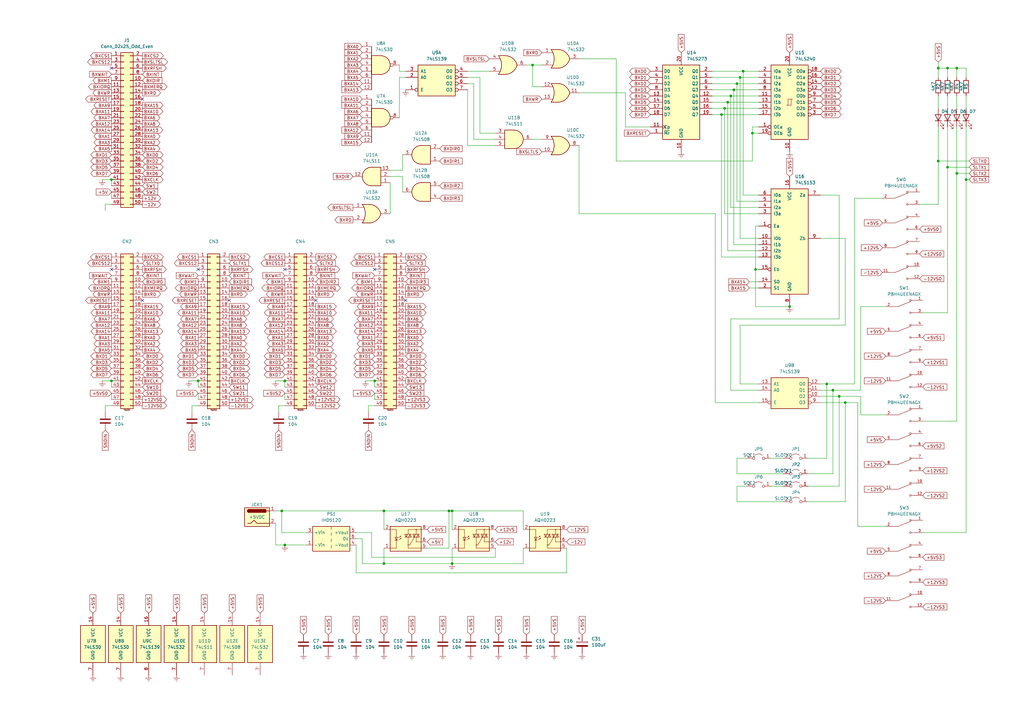
<source format=kicad_sch>
(kicad_sch (version 20230121) (generator eeschema)
  (paper "A3")
  (title_block (title "MSX 4 Slot Expander") (date "2024-02-27") (rev "4") (company "Luis Vina"))
  (lib_symbols
    (symbol "74xx:74LS08" (pin_names (offset 1.016))
      (property "Reference" "U" (at 0 1.27 0))
      (property "Value" "74LS08" (at 0 -1.27 0))
      (symbol "74LS08_1_1"
        (pin input line (at -7.62 2.54 0) (length 3.81) (name "~") (number "1"))
        (pin input line (at -7.62 -2.54 0) (length 3.81) (name "~") (number "2"))
        (pin output line (at 7.62 0 180) (length 3.81) (name "~") (number "3"))
      )
      (symbol "74LS08_1_2"
        (pin input inverted (at -7.62 2.54 0) (length 4.318) (name "~") (number "1"))
        (pin input inverted (at -7.62 -2.54 0) (length 4.318) (name "~") (number "2"))
        (pin output inverted (at 7.62 0 180) (length 3.81) (name "~") (number "3"))
      )
      (symbol "74LS08_2_1"
        (pin input line (at -7.62 2.54 0) (length 3.81) (name "~") (number "4"))
        (pin input line (at -7.62 -2.54 0) (length 3.81) (name "~") (number "5"))
        (pin output line (at 7.62 0 180) (length 3.81) (name "~") (number "6"))
      )
      (symbol "74LS08_2_2"
        (pin input inverted (at -7.62 2.54 0) (length 4.318) (name "~") (number "4"))
        (pin input inverted (at -7.62 -2.54 0) (length 4.318) (name "~") (number "5"))
        (pin output inverted (at 7.62 0 180) (length 3.81) (name "~") (number "6"))
      )
      (symbol "74LS08_3_1"
        (pin input line (at -7.62 -2.54 0) (length 3.81) (name "~") (number "10"))
        (pin output line (at 7.62 0 180) (length 3.81) (name "~") (number "8"))
        (pin input line (at -7.62 2.54 0) (length 3.81) (name "~") (number "9"))
      )
      (symbol "74LS08_3_2"
        (pin input inverted (at -7.62 -2.54 0) (length 4.318) (name "~") (number "10"))
        (pin output inverted (at 7.62 0 180) (length 3.81) (name "~") (number "8"))
        (pin input inverted (at -7.62 2.54 0) (length 4.318) (name "~") (number "9"))
      )
      (symbol "74LS08_4_1"
        (pin output line (at 7.62 0 180) (length 3.81) (name "~") (number "11"))
        (pin input line (at -7.62 2.54 0) (length 3.81) (name "~") (number "12"))
        (pin input line (at -7.62 -2.54 0) (length 3.81) (name "~") (number "13"))
      )
      (symbol "74LS08_4_2"
        (pin output inverted (at 7.62 0 180) (length 3.81) (name "~") (number "11"))
        (pin input inverted (at -7.62 2.54 0) (length 4.318) (name "~") (number "12"))
        (pin input inverted (at -7.62 -2.54 0) (length 4.318) (name "~") (number "13"))
      )
      (symbol "74LS08_5_0"
        (pin power_in line (at 0 12.7 270) (length 5.08) (name "VCC") (number "14"))
        (pin power_in line (at 0 -12.7 90) (length 5.08) (name "GND") (number "7"))
      )
    )
    (symbol "74xx:74LS11" (pin_names (offset 1.016))
      (property "Reference" "U" (at 0 1.27 0))
      (property "Value" "74LS11" (at 0 -1.27 0))
      (symbol "74LS11_1_1"
        (pin input line (at -7.62 2.54 0) (length 3.81) (name "~") (number "1"))
        (pin output line (at 7.62 0 180) (length 3.81) (name "~") (number "12"))
        (pin input line (at -7.62 -2.54 0) (length 3.81) (name "~") (number "13"))
        (pin input line (at -7.62 0 0) (length 3.81) (name "~") (number "2"))
      )
      (symbol "74LS11_1_2"
        (pin input inverted (at -7.62 2.54 0) (length 4.318) (name "~") (number "1"))
        (pin output inverted (at 7.62 0 180) (length 3.81) (name "~") (number "12"))
        (pin input inverted (at -7.62 -2.54 0) (length 4.318) (name "~") (number "13"))
        (pin input inverted (at -7.62 0 0) (length 4.953) (name "~") (number "2"))
      )
      (symbol "74LS11_2_1"
        (pin input line (at -7.62 2.54 0) (length 3.81) (name "~") (number "3"))
        (pin input line (at -7.62 0 0) (length 3.81) (name "~") (number "4"))
        (pin input line (at -7.62 -2.54 0) (length 3.81) (name "~") (number "5"))
        (pin output line (at 7.62 0 180) (length 3.81) (name "~") (number "6"))
      )
      (symbol "74LS11_2_2"
        (pin input inverted (at -7.62 2.54 0) (length 4.318) (name "~") (number "3"))
        (pin input inverted (at -7.62 0 0) (length 4.953) (name "~") (number "4"))
        (pin input inverted (at -7.62 -2.54 0) (length 4.318) (name "~") (number "5"))
        (pin output inverted (at 7.62 0 180) (length 3.81) (name "~") (number "6"))
      )
      (symbol "74LS11_3_1"
        (pin input line (at -7.62 0 0) (length 3.81) (name "~") (number "10"))
        (pin input line (at -7.62 -2.54 0) (length 3.81) (name "~") (number "11"))
        (pin output line (at 7.62 0 180) (length 3.81) (name "~") (number "8"))
        (pin input line (at -7.62 2.54 0) (length 3.81) (name "~") (number "9"))
      )
      (symbol "74LS11_3_2"
        (pin input inverted (at -7.62 0 0) (length 4.953) (name "~") (number "10"))
        (pin input inverted (at -7.62 -2.54 0) (length 4.318) (name "~") (number "11"))
        (pin output inverted (at 7.62 0 180) (length 3.81) (name "~") (number "8"))
        (pin input inverted (at -7.62 2.54 0) (length 4.318) (name "~") (number "9"))
      )
      (symbol "74LS11_4_0"
        (pin power_in line (at 0 12.7 270) (length 5.08) (name "VCC") (number "14"))
        (pin power_in line (at 0 -12.7 90) (length 5.08) (name "GND") (number "7"))
      )
    )
    (symbol "74xx:74LS139" (pin_names (offset 1.016))
      (property "Reference" "U" (at -7.62 8.89 0))
      (property "Value" "74LS139" (at -7.62 -8.89 0))
      (symbol "74LS139_1_0"
        (pin input inverted (at -12.7 -5.08 0) (length 5.08) (name "E") (number "1"))
        (pin input line (at -12.7 0 0) (length 5.08) (name "A0") (number "2"))
        (pin input line (at -12.7 2.54 0) (length 5.08) (name "A1") (number "3"))
        (pin output inverted (at 12.7 2.54 180) (length 5.08) (name "O0") (number "4"))
        (pin output inverted (at 12.7 0 180) (length 5.08) (name "O1") (number "5"))
        (pin output inverted (at 12.7 -2.54 180) (length 5.08) (name "O2") (number "6"))
        (pin output inverted (at 12.7 -5.08 180) (length 5.08) (name "O3") (number "7"))
      )
      (symbol "74LS139_2_0"
        (pin output inverted (at 12.7 -2.54 180) (length 5.08) (name "O2") (number "10"))
        (pin output inverted (at 12.7 0 180) (length 5.08) (name "O1") (number "11"))
        (pin output inverted (at 12.7 2.54 180) (length 5.08) (name "O0") (number "12"))
        (pin input line (at -12.7 2.54 0) (length 5.08) (name "A1") (number "13"))
        (pin input line (at -12.7 0 0) (length 5.08) (name "A0") (number "14"))
        (pin input inverted (at -12.7 -5.08 0) (length 5.08) (name "E") (number "15"))
        (pin output inverted (at 12.7 -5.08 180) (length 5.08) (name "O3") (number "9"))
      )
      (symbol "74LS139_3_0"
        (pin power_in line (at 0 12.7 270) (length 5.08) (name "VCC") (number "16"))
        (pin power_in line (at 0 -12.7 90) (length 5.08) (name "GND") (number "8"))
      )
    )
    (symbol "74xx:74LS153" (pin_names (offset 1.016))
      (property "Reference" "U" (at -7.62 21.59 0))
      (property "Value" "74LS153" (at -7.62 -24.13 0))
      (symbol "74LS153_1_0"
        (pin input inverted (at -12.7 5.08 0) (length 5.08) (name "Ea") (number "1"))
        (pin input line (at -12.7 0 0) (length 5.08) (name "I0b") (number "10"))
        (pin input line (at -12.7 -2.54 0) (length 5.08) (name "I1b") (number "11"))
        (pin input line (at -12.7 -5.08 0) (length 5.08) (name "I2b") (number "12"))
        (pin input line (at -12.7 -7.62 0) (length 5.08) (name "I3b") (number "13"))
        (pin input line (at -12.7 -17.78 0) (length 5.08) (name "S0") (number "14"))
        (pin input inverted (at -12.7 -12.7 0) (length 5.08) (name "Eb") (number "15"))
        (pin power_in line (at 0 25.4 270) (length 5.08) (name "VCC") (number "16"))
        (pin input line (at -12.7 -20.32 0) (length 5.08) (name "S1") (number "2"))
        (pin input line (at -12.7 10.16 0) (length 5.08) (name "I3a") (number "3"))
        (pin input line (at -12.7 12.7 0) (length 5.08) (name "I2a") (number "4"))
        (pin input line (at -12.7 15.24 0) (length 5.08) (name "I1a") (number "5"))
        (pin input line (at -12.7 17.78 0) (length 5.08) (name "I0a") (number "6"))
        (pin output line (at 12.7 17.78 180) (length 5.08) (name "Za") (number "7"))
        (pin power_in line (at 0 -27.94 90) (length 5.08) (name "GND") (number "8"))
        (pin output line (at 12.7 0 180) (length 5.08) (name "Zb") (number "9"))
      )
    )
    (symbol "74xx:74LS240" (pin_names (offset 1.016))
      (property "Reference" "U" (at -7.62 16.51 0))
      (property "Value" "74LS240" (at -7.62 -16.51 0))
      (symbol "74LS240_1_0"
        (pin input inverted (at -12.7 -10.16 0) (length 5.08) (name "OEa") (number "1"))
        (pin power_in line (at 0 -20.32 90) (length 5.08) (name "GND") (number "10"))
        (pin input line (at -12.7 2.54 0) (length 5.08) (name "I0b") (number "11"))
        (pin tri_state inverted (at 12.7 5.08 180) (length 5.08) (name "O3a") (number "12"))
        (pin input line (at -12.7 0 0) (length 5.08) (name "I1b") (number "13"))
        (pin tri_state inverted (at 12.7 7.62 180) (length 5.08) (name "O2a") (number "14"))
        (pin input line (at -12.7 -2.54 0) (length 5.08) (name "I2b") (number "15"))
        (pin tri_state inverted (at 12.7 10.16 180) (length 5.08) (name "O1a") (number "16"))
        (pin input line (at -12.7 -5.08 0) (length 5.08) (name "I3b") (number "17"))
        (pin tri_state inverted (at 12.7 12.7 180) (length 5.08) (name "O0a") (number "18"))
        (pin input inverted (at -12.7 -12.7 0) (length 5.08) (name "OEb") (number "19"))
        (pin input line (at -12.7 12.7 0) (length 5.08) (name "I0a") (number "2"))
        (pin power_in line (at 0 20.32 270) (length 5.08) (name "VCC") (number "20"))
        (pin tri_state inverted (at 12.7 -5.08 180) (length 5.08) (name "O3b") (number "3"))
        (pin input line (at -12.7 10.16 0) (length 5.08) (name "I1a") (number "4"))
        (pin tri_state inverted (at 12.7 -2.54 180) (length 5.08) (name "O2b") (number "5"))
        (pin input line (at -12.7 7.62 0) (length 5.08) (name "I2a") (number "6"))
        (pin tri_state inverted (at 12.7 0 180) (length 5.08) (name "O1b") (number "7"))
        (pin input line (at -12.7 5.08 0) (length 5.08) (name "I3a") (number "8"))
        (pin tri_state inverted (at 12.7 2.54 180) (length 5.08) (name "O0b") (number "9"))
      )
    )
    (symbol "74xx:74LS273"
      (property "Reference" "U" (at -7.62 16.51 0))
      (property "Value" "74LS273" (at -7.62 -16.51 0))
      (symbol "74LS273_1_0"
        (pin input line (at -12.7 -12.7 0) (length 5.08) (name "~{Mr}") (number "1"))
        (pin power_in line (at 0 -20.32 90) (length 5.08) (name "GND") (number "10"))
        (pin input clock (at -12.7 -10.16 0) (length 5.08) (name "Cp") (number "11"))
        (pin output line (at 12.7 2.54 180) (length 5.08) (name "Q4") (number "12"))
        (pin input line (at -12.7 2.54 0) (length 5.08) (name "D4") (number "13"))
        (pin input line (at -12.7 0 0) (length 5.08) (name "D5") (number "14"))
        (pin output line (at 12.7 0 180) (length 5.08) (name "Q5") (number "15"))
        (pin output line (at 12.7 -2.54 180) (length 5.08) (name "Q6") (number "16"))
        (pin input line (at -12.7 -2.54 0) (length 5.08) (name "D6") (number "17"))
        (pin input line (at -12.7 -5.08 0) (length 5.08) (name "D7") (number "18"))
        (pin output line (at 12.7 -5.08 180) (length 5.08) (name "Q7") (number "19"))
        (pin output line (at 12.7 12.7 180) (length 5.08) (name "Q0") (number "2"))
        (pin power_in line (at 0 20.32 270) (length 5.08) (name "VCC") (number "20"))
        (pin input line (at -12.7 12.7 0) (length 5.08) (name "D0") (number "3"))
        (pin input line (at -12.7 10.16 0) (length 5.08) (name "D1") (number "4"))
        (pin output line (at 12.7 10.16 180) (length 5.08) (name "Q1") (number "5"))
        (pin output line (at 12.7 7.62 180) (length 5.08) (name "Q2") (number "6"))
        (pin input line (at -12.7 7.62 0) (length 5.08) (name "D2") (number "7"))
        (pin input line (at -12.7 5.08 0) (length 5.08) (name "D3") (number "8"))
        (pin output line (at 12.7 5.08 180) (length 5.08) (name "Q3") (number "9"))
      )
    )
    (symbol "74xx:74LS30" (pin_names (offset 1.016))
      (property "Reference" "U" (at 0 1.27 0))
      (property "Value" "74LS30" (at 0 -1.27 0))
      (symbol "74LS30_1_1"
        (pin input line (at -7.62 7.62 0) (length 3.81) (name "~") (number "1"))
        (pin input line (at -7.62 -7.62 0) (length 3.81) (name "~") (number "11"))
        (pin input line (at -7.62 -10.16 0) (length 3.81) (name "~") (number "12"))
        (pin input line (at -7.62 5.08 0) (length 3.81) (name "~") (number "2"))
        (pin input line (at -7.62 2.54 0) (length 3.81) (name "~") (number "3"))
        (pin input line (at -7.62 0 0) (length 3.81) (name "~") (number "4"))
        (pin input line (at -7.62 -2.54 0) (length 3.81) (name "~") (number "5"))
        (pin input line (at -7.62 -5.08 0) (length 3.81) (name "~") (number "6"))
        (pin output inverted (at 7.62 0 180) (length 3.81) (name "~") (number "8"))
      )
      (symbol "74LS30_1_2"
        (pin input inverted (at -7.62 7.62 0) (length 3.81) (name "~") (number "1"))
        (pin input inverted (at -7.62 -7.62 0) (length 3.81) (name "~") (number "11"))
        (pin input inverted (at -7.62 -10.16 0) (length 3.81) (name "~") (number "12"))
        (pin input inverted (at -7.62 5.08 0) (length 3.81) (name "~") (number "2"))
        (pin input inverted (at -7.62 2.54 0) (length 4.5466) (name "~") (number "3"))
        (pin input inverted (at -7.62 0 0) (length 5.08) (name "~") (number "4"))
        (pin input inverted (at -7.62 -2.54 0) (length 4.5466) (name "~") (number "5"))
        (pin input inverted (at -7.62 -5.08 0) (length 3.81) (name "~") (number "6"))
        (pin output line (at 7.62 0 180) (length 3.81) (name "~") (number "8"))
      )
      (symbol "74LS30_2_0"
        (pin power_in line (at 0 12.7 270) (length 5.08) (name "VCC") (number "14"))
        (pin power_in line (at 0 -12.7 90) (length 5.08) (name "GND") (number "7"))
      )
    )
    (symbol "74xx:74LS32" (pin_names (offset 1.016))
      (property "Reference" "U" (at 0 1.27 0))
      (property "Value" "74LS32" (at 0 -1.27 0))
      (symbol "74LS32_1_1"
        (pin input line (at -7.62 2.54 0) (length 4.318) (name "~") (number "1"))
        (pin input line (at -7.62 -2.54 0) (length 4.318) (name "~") (number "2"))
        (pin output line (at 7.62 0 180) (length 3.81) (name "~") (number "3"))
      )
      (symbol "74LS32_1_2"
        (pin input inverted (at -7.62 2.54 0) (length 3.81) (name "~") (number "1"))
        (pin input inverted (at -7.62 -2.54 0) (length 3.81) (name "~") (number "2"))
        (pin output inverted (at 7.62 0 180) (length 3.81) (name "~") (number "3"))
      )
      (symbol "74LS32_2_1"
        (pin input line (at -7.62 2.54 0) (length 4.318) (name "~") (number "4"))
        (pin input line (at -7.62 -2.54 0) (length 4.318) (name "~") (number "5"))
        (pin output line (at 7.62 0 180) (length 3.81) (name "~") (number "6"))
      )
      (symbol "74LS32_2_2"
        (pin input inverted (at -7.62 2.54 0) (length 3.81) (name "~") (number "4"))
        (pin input inverted (at -7.62 -2.54 0) (length 3.81) (name "~") (number "5"))
        (pin output inverted (at 7.62 0 180) (length 3.81) (name "~") (number "6"))
      )
      (symbol "74LS32_3_1"
        (pin input line (at -7.62 -2.54 0) (length 4.318) (name "~") (number "10"))
        (pin output line (at 7.62 0 180) (length 3.81) (name "~") (number "8"))
        (pin input line (at -7.62 2.54 0) (length 4.318) (name "~") (number "9"))
      )
      (symbol "74LS32_3_2"
        (pin input inverted (at -7.62 -2.54 0) (length 3.81) (name "~") (number "10"))
        (pin output inverted (at 7.62 0 180) (length 3.81) (name "~") (number "8"))
        (pin input inverted (at -7.62 2.54 0) (length 3.81) (name "~") (number "9"))
      )
      (symbol "74LS32_4_1"
        (pin output line (at 7.62 0 180) (length 3.81) (name "~") (number "11"))
        (pin input line (at -7.62 2.54 0) (length 4.318) (name "~") (number "12"))
        (pin input line (at -7.62 -2.54 0) (length 4.318) (name "~") (number "13"))
      )
      (symbol "74LS32_4_2"
        (pin output inverted (at 7.62 0 180) (length 3.81) (name "~") (number "11"))
        (pin input inverted (at -7.62 2.54 0) (length 3.81) (name "~") (number "12"))
        (pin input inverted (at -7.62 -2.54 0) (length 3.81) (name "~") (number "13"))
      )
      (symbol "74LS32_5_0"
        (pin power_in line (at 0 12.7 270) (length 5.08) (name "VCC") (number "14"))
        (pin power_in line (at 0 -12.7 90) (length 5.08) (name "GND") (number "7"))
      )
    )
    (symbol "Conn_02x25_Odd_Even_MountingPin_1" (pin_names (offset 1.016) hide)
      (property "Reference" "CN2" (at 1.27 36.83 0))
      (symbol "Conn_02x25_Odd_Even_MountingPin_1_1_1"
        (text "Mounting" (at 1.27 -32.131 0) (effects (font (size 0.381 0.381))))
        (pin passive line (at -5.08 30.48 0) (length 3.81) (name "Pin_1") (number "1"))
        (pin passive line (at 7.62 20.32 180) (length 3.81) (name "Pin_10") (number "10"))
        (pin passive line (at -5.08 17.78 0) (length 3.81) (name "Pin_11") (number "11"))
        (pin passive line (at 7.62 17.78 180) (length 3.81) (name "Pin_12") (number "12"))
        (pin passive line (at -5.08 15.24 0) (length 3.81) (name "Pin_13") (number "13"))
        (pin passive line (at 7.62 15.24 180) (length 3.81) (name "Pin_14") (number "14"))
        (pin passive line (at -5.08 12.7 0) (length 3.81) (name "Pin_15") (number "15"))
        (pin passive line (at 7.62 12.7 180) (length 3.81) (name "Pin_16") (number "16"))
        (pin passive line (at -5.08 10.16 0) (length 3.81) (name "Pin_17") (number "17"))
        (pin passive line (at 7.62 10.16 180) (length 3.81) (name "Pin_18") (number "18"))
        (pin passive line (at -5.08 7.62 0) (length 3.81) (name "Pin_19") (number "19"))
        (pin passive line (at 7.62 30.48 180) (length 3.81) (name "Pin_2") (number "2"))
        (pin passive line (at 7.62 7.62 180) (length 3.81) (name "Pin_20") (number "20"))
        (pin passive line (at -5.08 5.08 0) (length 3.81) (name "Pin_21") (number "21"))
        (pin passive line (at 7.62 5.08 180) (length 3.81) (name "Pin_22") (number "22"))
        (pin passive line (at -5.08 2.54 0) (length 3.81) (name "Pin_23") (number "23"))
        (pin passive line (at 7.62 2.54 180) (length 3.81) (name "Pin_24") (number "24"))
        (pin passive line (at -5.08 0 0) (length 3.81) (name "Pin_25") (number "25"))
        (pin passive line (at 7.62 0 180) (length 3.81) (name "Pin_26") (number "26"))
        (pin passive line (at -5.08 -2.54 0) (length 3.81) (name "Pin_27") (number "27"))
        (pin passive line (at 7.62 -2.54 180) (length 3.81) (name "Pin_28") (number "28"))
        (pin passive line (at -5.08 -5.08 0) (length 3.81) (name "Pin_29") (number "29"))
        (pin passive line (at -5.08 27.94 0) (length 3.81) (name "Pin_3") (number "3"))
        (pin passive line (at 7.62 -5.08 180) (length 3.81) (name "Pin_30") (number "30"))
        (pin passive line (at -5.08 -7.62 0) (length 3.81) (name "Pin_31") (number "31"))
        (pin passive line (at 7.62 -7.62 180) (length 3.81) (name "Pin_32") (number "32"))
        (pin passive line (at -5.08 -10.16 0) (length 3.81) (name "Pin_33") (number "33"))
        (pin passive line (at 7.62 -10.16 180) (length 3.81) (name "Pin_34") (number "34"))
        (pin passive line (at -5.08 -12.7 0) (length 3.81) (name "Pin_35") (number "35"))
        (pin passive line (at 7.62 -12.7 180) (length 3.81) (name "Pin_36") (number "36"))
        (pin passive line (at -5.08 -15.24 0) (length 3.81) (name "Pin_37") (number "37"))
        (pin passive line (at 7.62 -15.24 180) (length 3.81) (name "Pin_38") (number "38"))
        (pin passive line (at -5.08 -17.78 0) (length 3.81) (name "Pin_39") (number "39"))
        (pin passive line (at 7.62 27.94 180) (length 3.81) (name "Pin_4") (number "4"))
        (pin passive line (at 7.62 -17.78 180) (length 3.81) (name "Pin_40") (number "40"))
        (pin passive line (at -5.08 -20.32 0) (length 3.81) (name "Pin_41") (number "41"))
        (pin passive line (at 7.62 -20.32 180) (length 3.81) (name "Pin_42") (number "42"))
        (pin passive line (at -5.08 -22.86 0) (length 3.81) (name "Pin_43") (number "43"))
        (pin passive line (at 7.62 -22.86 180) (length 3.81) (name "Pin_44") (number "44"))
        (pin passive line (at -5.08 -25.4 0) (length 3.81) (name "Pin_45") (number "45"))
        (pin passive line (at 7.62 -25.4 180) (length 3.81) (name "Pin_46") (number "46"))
        (pin passive line (at -5.08 -27.94 0) (length 3.81) (name "Pin_47") (number "47"))
        (pin passive line (at 7.62 -27.94 180) (length 3.81) (name "Pin_48") (number "48"))
        (pin passive line (at -5.08 -30.48 0) (length 3.81) (name "Pin_49") (number "49"))
        (pin passive line (at -5.08 25.4 0) (length 3.81) (name "Pin_5") (number "5"))
        (pin passive line (at 7.62 -30.48 180) (length 3.81) (name "Pin_50") (number "50"))
        (pin passive line (at 7.62 25.4 180) (length 3.81) (name "Pin_6") (number "6"))
        (pin passive line (at -5.08 22.86 0) (length 3.81) (name "Pin_7") (number "7"))
        (pin passive line (at 7.62 22.86 180) (length 3.81) (name "Pin_8") (number "8"))
        (pin passive line (at -5.08 20.32 0) (length 3.81) (name "Pin_9") (number "9"))
      )
    )
    (symbol "Conn_02x25_Odd_Even_MountingPin_2" (pin_names (offset 1.016) hide)
      (property "Reference" "CN3" (at 1.27 36.83 0))
      (symbol "Conn_02x25_Odd_Even_MountingPin_2_1_1"
        (text "Mounting" (at 1.27 -32.131 0) (effects (font (size 0.381 0.381))))
        (pin passive line (at -5.08 30.48 0) (length 3.81) (name "Pin_1") (number "1"))
        (pin passive line (at 7.62 20.32 180) (length 3.81) (name "Pin_10") (number "10"))
        (pin passive line (at -5.08 17.78 0) (length 3.81) (name "Pin_11") (number "11"))
        (pin passive line (at 7.62 17.78 180) (length 3.81) (name "Pin_12") (number "12"))
        (pin passive line (at -5.08 15.24 0) (length 3.81) (name "Pin_13") (number "13"))
        (pin passive line (at 7.62 15.24 180) (length 3.81) (name "Pin_14") (number "14"))
        (pin passive line (at -5.08 12.7 0) (length 3.81) (name "Pin_15") (number "15"))
        (pin passive line (at 7.62 12.7 180) (length 3.81) (name "Pin_16") (number "16"))
        (pin passive line (at -5.08 10.16 0) (length 3.81) (name "Pin_17") (number "17"))
        (pin passive line (at 7.62 10.16 180) (length 3.81) (name "Pin_18") (number "18"))
        (pin passive line (at -5.08 7.62 0) (length 3.81) (name "Pin_19") (number "19"))
        (pin passive line (at 7.62 30.48 180) (length 3.81) (name "Pin_2") (number "2"))
        (pin passive line (at 7.62 7.62 180) (length 3.81) (name "Pin_20") (number "20"))
        (pin passive line (at -5.08 5.08 0) (length 3.81) (name "Pin_21") (number "21"))
        (pin passive line (at 7.62 5.08 180) (length 3.81) (name "Pin_22") (number "22"))
        (pin passive line (at -5.08 2.54 0) (length 3.81) (name "Pin_23") (number "23"))
        (pin passive line (at 7.62 2.54 180) (length 3.81) (name "Pin_24") (number "24"))
        (pin passive line (at -5.08 0 0) (length 3.81) (name "Pin_25") (number "25"))
        (pin passive line (at 7.62 0 180) (length 3.81) (name "Pin_26") (number "26"))
        (pin passive line (at -5.08 -2.54 0) (length 3.81) (name "Pin_27") (number "27"))
        (pin passive line (at 7.62 -2.54 180) (length 3.81) (name "Pin_28") (number "28"))
        (pin passive line (at -5.08 -5.08 0) (length 3.81) (name "Pin_29") (number "29"))
        (pin passive line (at -5.08 27.94 0) (length 3.81) (name "Pin_3") (number "3"))
        (pin passive line (at 7.62 -5.08 180) (length 3.81) (name "Pin_30") (number "30"))
        (pin passive line (at -5.08 -7.62 0) (length 3.81) (name "Pin_31") (number "31"))
        (pin passive line (at 7.62 -7.62 180) (length 3.81) (name "Pin_32") (number "32"))
        (pin passive line (at -5.08 -10.16 0) (length 3.81) (name "Pin_33") (number "33"))
        (pin passive line (at 7.62 -10.16 180) (length 3.81) (name "Pin_34") (number "34"))
        (pin passive line (at -5.08 -12.7 0) (length 3.81) (name "Pin_35") (number "35"))
        (pin passive line (at 7.62 -12.7 180) (length 3.81) (name "Pin_36") (number "36"))
        (pin passive line (at -5.08 -15.24 0) (length 3.81) (name "Pin_37") (number "37"))
        (pin passive line (at 7.62 -15.24 180) (length 3.81) (name "Pin_38") (number "38"))
        (pin passive line (at -5.08 -17.78 0) (length 3.81) (name "Pin_39") (number "39"))
        (pin passive line (at 7.62 27.94 180) (length 3.81) (name "Pin_4") (number "4"))
        (pin passive line (at 7.62 -17.78 180) (length 3.81) (name "Pin_40") (number "40"))
        (pin passive line (at -5.08 -20.32 0) (length 3.81) (name "Pin_41") (number "41"))
        (pin passive line (at 7.62 -20.32 180) (length 3.81) (name "Pin_42") (number "42"))
        (pin passive line (at -5.08 -22.86 0) (length 3.81) (name "Pin_43") (number "43"))
        (pin passive line (at 7.62 -22.86 180) (length 3.81) (name "Pin_44") (number "44"))
        (pin passive line (at -5.08 -25.4 0) (length 3.81) (name "Pin_45") (number "45"))
        (pin passive line (at 7.62 -25.4 180) (length 3.81) (name "Pin_46") (number "46"))
        (pin passive line (at -5.08 -27.94 0) (length 3.81) (name "Pin_47") (number "47"))
        (pin passive line (at 7.62 -27.94 180) (length 3.81) (name "Pin_48") (number "48"))
        (pin passive line (at -5.08 -30.48 0) (length 3.81) (name "Pin_49") (number "49"))
        (pin passive line (at -5.08 25.4 0) (length 3.81) (name "Pin_5") (number "5"))
        (pin passive line (at 7.62 -30.48 180) (length 3.81) (name "Pin_50") (number "50"))
        (pin passive line (at 7.62 25.4 180) (length 3.81) (name "Pin_6") (number "6"))
        (pin passive line (at -5.08 22.86 0) (length 3.81) (name "Pin_7") (number "7"))
        (pin passive line (at 7.62 22.86 180) (length 3.81) (name "Pin_8") (number "8"))
        (pin passive line (at -5.08 20.32 0) (length 3.81) (name "Pin_9") (number "9"))
      )
    )
    (symbol "Conn_02x25_Odd_Even_MountingPin_3" (pin_names (offset 1.016) hide)
      (property "Reference" "CN4" (at 1.27 36.83 0))
      (symbol "Conn_02x25_Odd_Even_MountingPin_3_1_1"
        (text "Mounting" (at 1.27 -32.131 0) (effects (font (size 0.381 0.381))))
        (pin passive line (at -5.08 30.48 0) (length 3.81) (name "Pin_1") (number "1"))
        (pin passive line (at 7.62 20.32 180) (length 3.81) (name "Pin_10") (number "10"))
        (pin passive line (at -5.08 17.78 0) (length 3.81) (name "Pin_11") (number "11"))
        (pin passive line (at 7.62 17.78 180) (length 3.81) (name "Pin_12") (number "12"))
        (pin passive line (at -5.08 15.24 0) (length 3.81) (name "Pin_13") (number "13"))
        (pin passive line (at 7.62 15.24 180) (length 3.81) (name "Pin_14") (number "14"))
        (pin passive line (at -5.08 12.7 0) (length 3.81) (name "Pin_15") (number "15"))
        (pin passive line (at 7.62 12.7 180) (length 3.81) (name "Pin_16") (number "16"))
        (pin passive line (at -5.08 10.16 0) (length 3.81) (name "Pin_17") (number "17"))
        (pin passive line (at 7.62 10.16 180) (length 3.81) (name "Pin_18") (number "18"))
        (pin passive line (at -5.08 7.62 0) (length 3.81) (name "Pin_19") (number "19"))
        (pin passive line (at 7.62 30.48 180) (length 3.81) (name "Pin_2") (number "2"))
        (pin passive line (at 7.62 7.62 180) (length 3.81) (name "Pin_20") (number "20"))
        (pin passive line (at -5.08 5.08 0) (length 3.81) (name "Pin_21") (number "21"))
        (pin passive line (at 7.62 5.08 180) (length 3.81) (name "Pin_22") (number "22"))
        (pin passive line (at -5.08 2.54 0) (length 3.81) (name "Pin_23") (number "23"))
        (pin passive line (at 7.62 2.54 180) (length 3.81) (name "Pin_24") (number "24"))
        (pin passive line (at -5.08 0 0) (length 3.81) (name "Pin_25") (number "25"))
        (pin passive line (at 7.62 0 180) (length 3.81) (name "Pin_26") (number "26"))
        (pin passive line (at -5.08 -2.54 0) (length 3.81) (name "Pin_27") (number "27"))
        (pin passive line (at 7.62 -2.54 180) (length 3.81) (name "Pin_28") (number "28"))
        (pin passive line (at -5.08 -5.08 0) (length 3.81) (name "Pin_29") (number "29"))
        (pin passive line (at -5.08 27.94 0) (length 3.81) (name "Pin_3") (number "3"))
        (pin passive line (at 7.62 -5.08 180) (length 3.81) (name "Pin_30") (number "30"))
        (pin passive line (at -5.08 -7.62 0) (length 3.81) (name "Pin_31") (number "31"))
        (pin passive line (at 7.62 -7.62 180) (length 3.81) (name "Pin_32") (number "32"))
        (pin passive line (at -5.08 -10.16 0) (length 3.81) (name "Pin_33") (number "33"))
        (pin passive line (at 7.62 -10.16 180) (length 3.81) (name "Pin_34") (number "34"))
        (pin passive line (at -5.08 -12.7 0) (length 3.81) (name "Pin_35") (number "35"))
        (pin passive line (at 7.62 -12.7 180) (length 3.81) (name "Pin_36") (number "36"))
        (pin passive line (at -5.08 -15.24 0) (length 3.81) (name "Pin_37") (number "37"))
        (pin passive line (at 7.62 -15.24 180) (length 3.81) (name "Pin_38") (number "38"))
        (pin passive line (at -5.08 -17.78 0) (length 3.81) (name "Pin_39") (number "39"))
        (pin passive line (at 7.62 27.94 180) (length 3.81) (name "Pin_4") (number "4"))
        (pin passive line (at 7.62 -17.78 180) (length 3.81) (name "Pin_40") (number "40"))
        (pin passive line (at -5.08 -20.32 0) (length 3.81) (name "Pin_41") (number "41"))
        (pin passive line (at 7.62 -20.32 180) (length 3.81) (name "Pin_42") (number "42"))
        (pin passive line (at -5.08 -22.86 0) (length 3.81) (name "Pin_43") (number "43"))
        (pin passive line (at 7.62 -22.86 180) (length 3.81) (name "Pin_44") (number "44"))
        (pin passive line (at -5.08 -25.4 0) (length 3.81) (name "Pin_45") (number "45"))
        (pin passive line (at 7.62 -25.4 180) (length 3.81) (name "Pin_46") (number "46"))
        (pin passive line (at -5.08 -27.94 0) (length 3.81) (name "Pin_47") (number "47"))
        (pin passive line (at 7.62 -27.94 180) (length 3.81) (name "Pin_48") (number "48"))
        (pin passive line (at -5.08 -30.48 0) (length 3.81) (name "Pin_49") (number "49"))
        (pin passive line (at -5.08 25.4 0) (length 3.81) (name "Pin_5") (number "5"))
        (pin passive line (at 7.62 -30.48 180) (length 3.81) (name "Pin_50") (number "50"))
        (pin passive line (at 7.62 25.4 180) (length 3.81) (name "Pin_6") (number "6"))
        (pin passive line (at -5.08 22.86 0) (length 3.81) (name "Pin_7") (number "7"))
        (pin passive line (at 7.62 22.86 180) (length 3.81) (name "Pin_8") (number "8"))
        (pin passive line (at -5.08 20.32 0) (length 3.81) (name "Pin_9") (number "9"))
      )
    )
    (symbol "Connector:Jack-DC" (pin_names (offset 1.016))
      (property "Reference" "J" (at 0 5.334 0))
      (property "Value" "Jack-DC" (at 0 -5.08 0))
      (symbol "Jack-DC_1_1"
        (pin passive line (at 7.62 2.54 180) (length 2.54) (name "~") (number "1"))
        (pin passive line (at 7.62 -2.54 180) (length 2.54) (name "~") (number "2"))
      )
    )
    (symbol "Connector_Generic:Conn_02x25_Odd_Even" (pin_names (offset 1.016) hide)
      (property "Reference" "J" (at 1.27 33.02 0))
      (property "Value" "Conn_02x25_Odd_Even" (at 1.27 -33.02 0))
      (symbol "Conn_02x25_Odd_Even_1_1"
        (pin passive line (at -5.08 30.48 0) (length 3.81) (name "Pin_1") (number "1"))
        (pin passive line (at 7.62 20.32 180) (length 3.81) (name "Pin_10") (number "10"))
        (pin passive line (at -5.08 17.78 0) (length 3.81) (name "Pin_11") (number "11"))
        (pin passive line (at 7.62 17.78 180) (length 3.81) (name "Pin_12") (number "12"))
        (pin passive line (at -5.08 15.24 0) (length 3.81) (name "Pin_13") (number "13"))
        (pin passive line (at 7.62 15.24 180) (length 3.81) (name "Pin_14") (number "14"))
        (pin passive line (at -5.08 12.7 0) (length 3.81) (name "Pin_15") (number "15"))
        (pin passive line (at 7.62 12.7 180) (length 3.81) (name "Pin_16") (number "16"))
        (pin passive line (at -5.08 10.16 0) (length 3.81) (name "Pin_17") (number "17"))
        (pin passive line (at 7.62 10.16 180) (length 3.81) (name "Pin_18") (number "18"))
        (pin passive line (at -5.08 7.62 0) (length 3.81) (name "Pin_19") (number "19"))
        (pin passive line (at 7.62 30.48 180) (length 3.81) (name "Pin_2") (number "2"))
        (pin passive line (at 7.62 7.62 180) (length 3.81) (name "Pin_20") (number "20"))
        (pin passive line (at -5.08 5.08 0) (length 3.81) (name "Pin_21") (number "21"))
        (pin passive line (at 7.62 5.08 180) (length 3.81) (name "Pin_22") (number "22"))
        (pin passive line (at -5.08 2.54 0) (length 3.81) (name "Pin_23") (number "23"))
        (pin passive line (at 7.62 2.54 180) (length 3.81) (name "Pin_24") (number "24"))
        (pin passive line (at -5.08 0 0) (length 3.81) (name "Pin_25") (number "25"))
        (pin passive line (at 7.62 0 180) (length 3.81) (name "Pin_26") (number "26"))
        (pin passive line (at -5.08 -2.54 0) (length 3.81) (name "Pin_27") (number "27"))
        (pin passive line (at 7.62 -2.54 180) (length 3.81) (name "Pin_28") (number "28"))
        (pin passive line (at -5.08 -5.08 0) (length 3.81) (name "Pin_29") (number "29"))
        (pin passive line (at -5.08 27.94 0) (length 3.81) (name "Pin_3") (number "3"))
        (pin passive line (at 7.62 -5.08 180) (length 3.81) (name "Pin_30") (number "30"))
        (pin passive line (at -5.08 -7.62 0) (length 3.81) (name "Pin_31") (number "31"))
        (pin passive line (at 7.62 -7.62 180) (length 3.81) (name "Pin_32") (number "32"))
        (pin passive line (at -5.08 -10.16 0) (length 3.81) (name "Pin_33") (number "33"))
        (pin passive line (at 7.62 -10.16 180) (length 3.81) (name "Pin_34") (number "34"))
        (pin passive line (at -5.08 -12.7 0) (length 3.81) (name "Pin_35") (number "35"))
        (pin passive line (at 7.62 -12.7 180) (length 3.81) (name "Pin_36") (number "36"))
        (pin passive line (at -5.08 -15.24 0) (length 3.81) (name "Pin_37") (number "37"))
        (pin passive line (at 7.62 -15.24 180) (length 3.81) (name "Pin_38") (number "38"))
        (pin passive line (at -5.08 -17.78 0) (length 3.81) (name "Pin_39") (number "39"))
        (pin passive line (at 7.62 27.94 180) (length 3.81) (name "Pin_4") (number "4"))
        (pin passive line (at 7.62 -17.78 180) (length 3.81) (name "Pin_40") (number "40"))
        (pin passive line (at -5.08 -20.32 0) (length 3.81) (name "Pin_41") (number "41"))
        (pin passive line (at 7.62 -20.32 180) (length 3.81) (name "Pin_42") (number "42"))
        (pin passive line (at -5.08 -22.86 0) (length 3.81) (name "Pin_43") (number "43"))
        (pin passive line (at 7.62 -22.86 180) (length 3.81) (name "Pin_44") (number "44"))
        (pin passive line (at -5.08 -25.4 0) (length 3.81) (name "Pin_45") (number "45"))
        (pin passive line (at 7.62 -25.4 180) (length 3.81) (name "Pin_46") (number "46"))
        (pin passive line (at -5.08 -27.94 0) (length 3.81) (name "Pin_47") (number "47"))
        (pin passive line (at 7.62 -27.94 180) (length 3.81) (name "Pin_48") (number "48"))
        (pin passive line (at -5.08 -30.48 0) (length 3.81) (name "Pin_49") (number "49"))
        (pin passive line (at -5.08 25.4 0) (length 3.81) (name "Pin_5") (number "5"))
        (pin passive line (at 7.62 -30.48 180) (length 3.81) (name "Pin_50") (number "50"))
        (pin passive line (at 7.62 25.4 180) (length 3.81) (name "Pin_6") (number "6"))
        (pin passive line (at -5.08 22.86 0) (length 3.81) (name "Pin_7") (number "7"))
        (pin passive line (at 7.62 22.86 180) (length 3.81) (name "Pin_8") (number "8"))
        (pin passive line (at -5.08 20.32 0) (length 3.81) (name "Pin_9") (number "9"))
      )
    )
    (symbol "Connector_Generic_MountingPin:Conn_02x25_Odd_Even_MountingPin" (pin_names (offset 1.016) hide)
      (property "Reference" "CN5" (at 1.27 36.83 0))
      (symbol "Conn_02x25_Odd_Even_MountingPin_1_1"
        (text "Mounting" (at 1.27 -32.131 0) (effects (font (size 0.381 0.381))))
        (pin passive line (at -5.08 30.48 0) (length 3.81) (name "Pin_1") (number "1"))
        (pin passive line (at 7.62 20.32 180) (length 3.81) (name "Pin_10") (number "10"))
        (pin passive line (at -5.08 17.78 0) (length 3.81) (name "Pin_11") (number "11"))
        (pin passive line (at 7.62 17.78 180) (length 3.81) (name "Pin_12") (number "12"))
        (pin passive line (at -5.08 15.24 0) (length 3.81) (name "Pin_13") (number "13"))
        (pin passive line (at 7.62 15.24 180) (length 3.81) (name "Pin_14") (number "14"))
        (pin passive line (at -5.08 12.7 0) (length 3.81) (name "Pin_15") (number "15"))
        (pin passive line (at 7.62 12.7 180) (length 3.81) (name "Pin_16") (number "16"))
        (pin passive line (at -5.08 10.16 0) (length 3.81) (name "Pin_17") (number "17"))
        (pin passive line (at 7.62 10.16 180) (length 3.81) (name "Pin_18") (number "18"))
        (pin passive line (at -5.08 7.62 0) (length 3.81) (name "Pin_19") (number "19"))
        (pin passive line (at 7.62 30.48 180) (length 3.81) (name "Pin_2") (number "2"))
        (pin passive line (at 7.62 7.62 180) (length 3.81) (name "Pin_20") (number "20"))
        (pin passive line (at -5.08 5.08 0) (length 3.81) (name "Pin_21") (number "21"))
        (pin passive line (at 7.62 5.08 180) (length 3.81) (name "Pin_22") (number "22"))
        (pin passive line (at -5.08 2.54 0) (length 3.81) (name "Pin_23") (number "23"))
        (pin passive line (at 7.62 2.54 180) (length 3.81) (name "Pin_24") (number "24"))
        (pin passive line (at -5.08 0 0) (length 3.81) (name "Pin_25") (number "25"))
        (pin passive line (at 7.62 0 180) (length 3.81) (name "Pin_26") (number "26"))
        (pin passive line (at -5.08 -2.54 0) (length 3.81) (name "Pin_27") (number "27"))
        (pin passive line (at 7.62 -2.54 180) (length 3.81) (name "Pin_28") (number "28"))
        (pin passive line (at -5.08 -5.08 0) (length 3.81) (name "Pin_29") (number "29"))
        (pin passive line (at -5.08 27.94 0) (length 3.81) (name "Pin_3") (number "3"))
        (pin passive line (at 7.62 -5.08 180) (length 3.81) (name "Pin_30") (number "30"))
        (pin passive line (at -5.08 -7.62 0) (length 3.81) (name "Pin_31") (number "31"))
        (pin passive line (at 7.62 -7.62 180) (length 3.81) (name "Pin_32") (number "32"))
        (pin passive line (at -5.08 -10.16 0) (length 3.81) (name "Pin_33") (number "33"))
        (pin passive line (at 7.62 -10.16 180) (length 3.81) (name "Pin_34") (number "34"))
        (pin passive line (at -5.08 -12.7 0) (length 3.81) (name "Pin_35") (number "35"))
        (pin passive line (at 7.62 -12.7 180) (length 3.81) (name "Pin_36") (number "36"))
        (pin passive line (at -5.08 -15.24 0) (length 3.81) (name "Pin_37") (number "37"))
        (pin passive line (at 7.62 -15.24 180) (length 3.81) (name "Pin_38") (number "38"))
        (pin passive line (at -5.08 -17.78 0) (length 3.81) (name "Pin_39") (number "39"))
        (pin passive line (at 7.62 27.94 180) (length 3.81) (name "Pin_4") (number "4"))
        (pin passive line (at 7.62 -17.78 180) (length 3.81) (name "Pin_40") (number "40"))
        (pin passive line (at -5.08 -20.32 0) (length 3.81) (name "Pin_41") (number "41"))
        (pin passive line (at 7.62 -20.32 180) (length 3.81) (name "Pin_42") (number "42"))
        (pin passive line (at -5.08 -22.86 0) (length 3.81) (name "Pin_43") (number "43"))
        (pin passive line (at 7.62 -22.86 180) (length 3.81) (name "Pin_44") (number "44"))
        (pin passive line (at -5.08 -25.4 0) (length 3.81) (name "Pin_45") (number "45"))
        (pin passive line (at 7.62 -25.4 180) (length 3.81) (name "Pin_46") (number "46"))
        (pin passive line (at -5.08 -27.94 0) (length 3.81) (name "Pin_47") (number "47"))
        (pin passive line (at 7.62 -27.94 180) (length 3.81) (name "Pin_48") (number "48"))
        (pin passive line (at -5.08 -30.48 0) (length 3.81) (name "Pin_49") (number "49"))
        (pin passive line (at -5.08 25.4 0) (length 3.81) (name "Pin_5") (number "5"))
        (pin passive line (at 7.62 -30.48 180) (length 3.81) (name "Pin_50") (number "50"))
        (pin passive line (at 7.62 25.4 180) (length 3.81) (name "Pin_6") (number "6"))
        (pin passive line (at -5.08 22.86 0) (length 3.81) (name "Pin_7") (number "7"))
        (pin passive line (at 7.62 22.86 180) (length 3.81) (name "Pin_8") (number "8"))
        (pin passive line (at -5.08 20.32 0) (length 3.81) (name "Pin_9") (number "9"))
      )
    )
    (symbol "Converter_DCDC:IH0512D"
      (property "Reference" "PS" (at -7.62 6.35 0))
      (property "Value" "IH0512D" (at 1.27 6.35 0))
      (symbol "IH0512D_0_0"
        (pin power_in line (at -10.16 -2.54 0) (length 2.54) (name "-Vin") (number "1"))
        (pin power_in line (at -10.16 2.54 0) (length 2.54) (name "+Vin") (number "3"))
        (pin power_out line (at 10.16 -2.54 180) (length 2.54) (name "-Vout") (number "4"))
        (pin power_out line (at 10.16 2.54 180) (length 2.54) (name "+Vout") (number "5"))
        (pin power_out line (at 10.16 0 180) (length 2.54) (name "0V") (number "6"))
      )
      (symbol "IH0512D_1_1"
        (pin no_connect line (at 0 -5.08 90) (length 2.54) hide (name "NC") (number "2"))
      )
    )
    (symbol "Device:C" (pin_numbers hide) (pin_names (offset 0.254))
      (property "Reference" "C" (at 0.635 2.54 0))
      (property "Value" "C" (at 0.635 -2.54 0))
      (symbol "C_1_1"
        (pin passive line (at 0 3.81 270) (length 2.794) (name "~") (number "1"))
        (pin passive line (at 0 -3.81 90) (length 2.794) (name "~") (number "2"))
      )
    )
    (symbol "Device:C_Polarized" (pin_numbers hide) (pin_names (offset 0.254))
      (property "Reference" "C" (at 0.635 2.54 0))
      (property "Value" "C_Polarized" (at 0.635 -2.54 0))
      (symbol "C_Polarized_1_1"
        (pin passive line (at 0 3.81 270) (length 2.794) (name "~") (number "1"))
        (pin passive line (at 0 -3.81 90) (length 2.794) (name "~") (number "2"))
      )
    )
    (symbol "Device:LED" (pin_numbers hide) (pin_names (offset 1.016) hide)
      (property "Reference" "D" (at 0 2.54 0))
      (property "Value" "LED" (at 0 -2.54 0))
      (symbol "LED_1_1"
        (pin passive line (at -3.81 0 0) (length 2.54) (name "K") (number "1"))
        (pin passive line (at 3.81 0 180) (length 2.54) (name "A") (number "2"))
      )
    )
    (symbol "Device:R" (pin_numbers hide) (pin_names (offset 0))
      (property "Reference" "R" (at 2.032 0 90))
      (property "Value" "R" (at 0 0 90))
      (symbol "R_1_1"
        (pin passive line (at 0 3.81 270) (length 1.27) (name "~") (number "1"))
        (pin passive line (at 0 -3.81 90) (length 1.27) (name "~") (number "2"))
      )
    )
    (symbol "Jumper:Jumper_2_Open" (pin_names (offset 0) hide)
      (property "Reference" "JP" (at 0 2.794 0))
      (property "Value" "Jumper_2_Open" (at 0 -2.286 0))
      (symbol "Jumper_2_Open_1_1"
        (pin passive line (at -5.08 0 0) (length 2.54) (name "A") (number "1"))
        (pin passive line (at 5.08 0 180) (length 2.54) (name "B") (number "2"))
      )
    )
    (symbol "PBH4UEENAGX:PBH4UEENAGX" (pin_names (offset 1.016))
      (property "Reference" "S" (at -2.54 20.32 0))
      (property "Value" "PBH4UEENAGX" (at -2.54 -20.32 0))
      (symbol "PBH4UEENAGX_0_0"
        (pin passive line (at 7.62 17.78 180) (length 2.54) (name "~") (number "1"))
        (pin passive line (at 7.62 -12.7 180) (length 2.54) (name "~") (number "10"))
        (pin passive line (at -7.62 -15.24 0) (length 2.54) (name "~") (number "11"))
        (pin passive line (at 7.62 -17.78 180) (length 2.54) (name "~") (number "12"))
        (pin passive line (at -7.62 15.24 0) (length 2.54) (name "~") (number "2"))
        (pin passive line (at 7.62 12.7 180) (length 2.54) (name "~") (number "3"))
        (pin passive line (at 7.62 7.62 180) (length 2.54) (name "~") (number "4"))
        (pin passive line (at -7.62 5.08 0) (length 2.54) (name "~") (number "5"))
        (pin passive line (at 7.62 2.54 180) (length 2.54) (name "~") (number "6"))
        (pin passive line (at 7.62 -2.54 180) (length 2.54) (name "~") (number "7"))
        (pin passive line (at -7.62 -5.08 0) (length 2.54) (name "~") (number "8"))
        (pin passive line (at 7.62 -7.62 180) (length 2.54) (name "~") (number "9"))
      )
    )
    (symbol "Relay_SolidState:AQH0223"
      (property "Reference" "U" (at -5.08 5.08 0))
      (property "Value" "AQH0223" (at 0 5.08 0))
      (symbol "AQH0223_1_1"
        (pin passive line (at -10.16 -5.08 0) (length 2.54) (name "~") (number "1"))
        (pin passive line (at -10.16 2.54 0) (length 2.54) (name "~") (number "2"))
        (pin passive line (at -10.16 -5.08 0) (length 2.54) hide (name "~") (number "3"))
        (pin passive line (at -10.16 -5.08 0) (length 2.54) hide (name "~") (number "4"))
        (pin passive line (at 7.62 -5.08 180) (length 2.54) (name "~") (number "5"))
        (pin passive line (at 7.62 -2.54 180) (length 2.54) (name "~") (number "6"))
        (pin passive line (at 7.62 2.54 180) (length 2.54) (name "~") (number "8"))
      )
    )
    (symbol "power:Earth" (power) (pin_names (offset 0))
      (symbol "Earth_1_1"
        (pin power_in line (at 0 0 270) (length 0) hide (name "Earth") (number "1"))
      )
    )
  )
  (junction (at 297.18 44.45))
  (junction (at 295.91 46.99))
  (junction (at 45.72 73.66))
  (junction (at 116.84 223.52))
  (junction (at 153.67 156.21))
  (junction (at 298.45 41.91))
  (junction (at 184.15 209.55))
  (junction (at 392.43 71.12))
  (junction (at 388.62 68.58))
  (junction (at 185.42 209.55))
  (junction (at 303.53 31.75))
  (junction (at 308.61 54.61))
  (junction (at 45.72 156.21))
  (junction (at 344.17 162.56))
  (junction (at 339.09 157.48))
  (junction (at 185.42 231.14))
  (junction (at 323.85 125.73))
  (junction (at 116.84 156.21))
  (junction (at 341.63 160.02))
  (junction (at 396.24 73.66))
  (junction (at 392.43 27.94))
  (junction (at 299.72 39.37))
  (junction (at 81.28 156.21))
  (junction (at 346.71 165.1))
  (junction (at 309.88 110.49))
  (junction (at 157.48 209.55))
  (junction (at 388.62 27.94))
  (junction (at 384.81 66.04))
  (junction (at 115.57 209.55))
  (junction (at 304.8 29.21))
  (junction (at 384.81 27.94))
  (junction (at 218.44 26.67))
  (junction (at 302.26 34.29))
  (junction (at 300.99 36.83))
  (junction (at 157.48 231.14))
  (no_connect (at 129.54 123.19))
  (no_connect (at 81.28 110.49))
  (no_connect (at 45.72 27.94))
  (no_connect (at 93.98 123.19))
  (no_connect (at 166.37 123.19))
  (no_connect (at 58.42 123.19))
  (no_connect (at 116.84 110.49))
  (no_connect (at 58.42 40.64))
  (no_connect (at 153.67 110.49))
  (no_connect (at 45.72 110.49))
  (wire (pts (xy 232.41 234.95) (xy 232.41 224.79)))
  (wire (pts (xy 77.47 156.21) (xy 81.28 156.21)))
  (wire (pts (xy 191.77 34.29) (xy 194.31 34.29)))
  (wire (pts (xy 300.99 36.83) (xy 311.15 36.83)))
  (wire (pts (xy 184.15 224.79) (xy 175.26 224.79)))
  (wire (pts (xy 331.47 205.74) (xy 346.71 205.74)))
  (wire (pts (xy 302.26 187.96) (xy 302.26 194.31)))
  (wire (pts (xy 113.03 209.55) (xy 115.57 209.55)))
  (wire (pts (xy 392.43 71.12) (xy 397.51 71.12)))
  (wire (pts (xy 392.43 172.72) (xy 378.46 172.72)))
  (wire (pts (xy 185.42 224.79) (xy 185.42 231.14)))
  (wire (pts (xy 151.13 166.37) (xy 151.13 168.91)))
  (wire (pts (xy 346.71 165.1) (xy 346.71 205.74)))
  (wire (pts (xy 346.71 97.79) (xy 346.71 133.35)))
  (wire (pts (xy 160.02 69.85) (xy 165.1 69.85)))
  (wire (pts (xy 218.44 35.56) (xy 222.25 35.56)))
  (wire (pts (xy 146.05 218.44) (xy 152.4 218.44)))
  (wire (pts (xy 350.52 81.28) (xy 350.52 157.48)))
  (wire (pts (xy 292.1 36.83) (xy 300.99 36.83)))
  (wire (pts (xy 308.61 66.04) (xy 308.61 54.61)))
  (wire (pts (xy 148.59 231.14) (xy 157.48 231.14)))
  (wire (pts (xy 237.49 24.13) (xy 252.73 24.13)))
  (wire (pts (xy 292.1 29.21) (xy 304.8 29.21)))
  (wire (pts (xy 218.44 26.67) (xy 222.25 26.67)))
  (wire (pts (xy 160.02 87.63) (xy 160.02 74.93)))
  (wire (pts (xy 298.45 41.91) (xy 311.15 41.91)))
  (wire (pts (xy 194.31 34.29) (xy 194.31 57.15)))
  (wire (pts (xy 353.06 125.73) (xy 363.22 125.73)))
  (wire (pts (xy 351.79 215.9) (xy 363.22 215.9)))
  (wire (pts (xy 43.18 166.37) (xy 45.72 166.37)))
  (wire (pts (xy 45.72 156.21) (xy 45.72 158.75)))
  (wire (pts (xy 194.31 57.15) (xy 203.2 57.15)))
  (wire (pts (xy 297.18 44.45) (xy 297.18 87.63)))
  (wire (pts (xy 196.85 31.75) (xy 196.85 54.61)))
  (wire (pts (xy 304.8 29.21) (xy 304.8 80.01)))
  (wire (pts (xy 339.09 157.48) (xy 339.09 187.96)))
  (wire (pts (xy 185.42 217.17) (xy 185.42 209.55)))
  (wire (pts (xy 353.06 162.56) (xy 353.06 170.18)))
  (wire (pts (xy 157.48 217.17) (xy 157.48 209.55)))
  (wire (pts (xy 392.43 71.12) (xy 392.43 52.07)))
  (wire (pts (xy 153.67 161.29) (xy 153.67 163.83)))
  (wire (pts (xy 146.05 223.52) (xy 146.05 234.95)))
  (wire (pts (xy 152.4 218.44) (xy 152.4 228.6)))
  (wire (pts (xy 293.37 165.1) (xy 311.15 165.1)))
  (wire (pts (xy 298.45 41.91) (xy 298.45 102.87)))
  (wire (pts (xy 45.72 78.74) (xy 45.72 81.28)))
  (wire (pts (xy 392.43 27.94) (xy 396.24 27.94)))
  (wire (pts (xy 237.49 87.63) (xy 293.37 87.63)))
  (wire (pts (xy 321.31 187.96) (xy 316.23 187.96)))
  (wire (pts (xy 388.62 68.58) (xy 397.51 68.58)))
  (wire (pts (xy 165.1 63.5) (xy 165.1 69.85)))
  (wire (pts (xy 396.24 73.66) (xy 396.24 218.44)))
  (wire (pts (xy 309.88 110.49) (xy 311.15 110.49)))
  (wire (pts (xy 306.07 199.39) (xy 302.26 199.39)))
  (wire (pts (xy 336.55 97.79) (xy 346.71 97.79)))
  (wire (pts (xy 302.26 34.29) (xy 311.15 34.29)))
  (wire (pts (xy 252.73 66.04) (xy 308.61 66.04)))
  (wire (pts (xy 146.05 220.98) (xy 148.59 220.98)))
  (wire (pts (xy 256.54 38.1) (xy 237.49 38.1)))
  (wire (pts (xy 388.62 68.58) (xy 388.62 128.27)))
  (wire (pts (xy 384.81 83.82) (xy 384.81 66.04)))
  (wire (pts (xy 303.53 133.35) (xy 303.53 157.48)))
  (wire (pts (xy 353.06 170.18) (xy 363.22 170.18)))
  (wire (pts (xy 298.45 102.87) (xy 311.15 102.87)))
  (wire (pts (xy 302.26 199.39) (xy 302.26 205.74)))
  (wire (pts (xy 113.03 214.63) (xy 113.03 223.52)))
  (wire (pts (xy 344.17 162.56) (xy 344.17 199.39)))
  (wire (pts (xy 396.24 73.66) (xy 397.51 73.66)))
  (wire (pts (xy 43.18 83.82) (xy 43.18 86.36)))
  (wire (pts (xy 185.42 231.14) (xy 214.63 231.14)))
  (wire (pts (xy 191.77 31.75) (xy 196.85 31.75)))
  (wire (pts (xy 149.86 156.21) (xy 153.67 156.21)))
  (wire (pts (xy 45.72 73.66) (xy 45.72 76.2)))
  (wire (pts (xy 191.77 59.69) (xy 203.2 59.69)))
  (wire (pts (xy 307.34 115.57) (xy 311.15 115.57)))
  (wire (pts (xy 163.83 26.67) (xy 163.83 29.21)))
  (wire (pts (xy 341.63 160.02) (xy 341.63 194.31)))
  (wire (pts (xy 191.77 36.83) (xy 191.77 59.69)))
  (wire (pts (xy 151.13 166.37) (xy 153.67 166.37)))
  (wire (pts (xy 78.74 166.37) (xy 78.74 168.91)))
  (wire (pts (xy 146.05 234.95) (xy 232.41 234.95)))
  (wire (pts (xy 388.62 27.94) (xy 392.43 27.94)))
  (wire (pts (xy 148.59 220.98) (xy 148.59 231.14)))
  (wire (pts (xy 351.79 165.1) (xy 351.79 215.9)))
  (wire (pts (xy 292.1 44.45) (xy 297.18 44.45)))
  (wire (pts (xy 214.63 224.79) (xy 214.63 231.14)))
  (wire (pts (xy 308.61 52.07) (xy 311.15 52.07)))
  (wire (pts (xy 292.1 39.37) (xy 299.72 39.37)))
  (wire (pts (xy 336.55 157.48) (xy 339.09 157.48)))
  (wire (pts (xy 384.81 66.04) (xy 384.81 52.07)))
  (wire (pts (xy 81.28 161.29) (xy 81.28 163.83)))
  (wire (pts (xy 191.77 29.21) (xy 200.66 29.21)))
  (wire (pts (xy 214.63 217.17) (xy 214.63 209.55)))
  (wire (pts (xy 396.24 39.37) (xy 396.24 44.45)))
  (wire (pts (xy 215.9 26.67) (xy 218.44 26.67)))
  (wire (pts (xy 303.53 31.75) (xy 311.15 31.75)))
  (wire (pts (xy 45.72 161.29) (xy 45.72 163.83)))
  (wire (pts (xy 214.63 209.55) (xy 185.42 209.55)))
  (wire (pts (xy 344.17 162.56) (xy 353.06 162.56)))
  (wire (pts (xy 292.1 41.91) (xy 298.45 41.91)))
  (wire (pts (xy 237.49 87.63) (xy 237.49 59.69)))
  (wire (pts (xy 353.06 160.02) (xy 353.06 125.73)))
  (wire (pts (xy 163.83 31.75) (xy 166.37 31.75)))
  (wire (pts (xy 292.1 31.75) (xy 303.53 31.75)))
  (wire (pts (xy 392.43 27.94) (xy 392.43 31.75)))
  (wire (pts (xy 295.91 46.99) (xy 295.91 105.41)))
  (wire (pts (xy 388.62 68.58) (xy 388.62 52.07)))
  (wire (pts (xy 113.03 223.52) (xy 116.84 223.52)))
  (wire (pts (xy 292.1 34.29) (xy 302.26 34.29)))
  (wire (pts (xy 388.62 27.94) (xy 388.62 31.75)))
  (wire (pts (xy 339.09 157.48) (xy 350.52 157.48)))
  (wire (pts (xy 307.34 118.11) (xy 311.15 118.11)))
  (wire (pts (xy 116.84 161.29) (xy 116.84 163.83)))
  (wire (pts (xy 384.81 27.94) (xy 388.62 27.94)))
  (wire (pts (xy 218.44 57.15) (xy 222.25 57.15)))
  (wire (pts (xy 303.53 157.48) (xy 311.15 157.48)))
  (wire (pts (xy 300.99 100.33) (xy 311.15 100.33)))
  (wire (pts (xy 157.48 209.55) (xy 115.57 209.55)))
  (wire (pts (xy 396.24 218.44) (xy 378.46 218.44)))
  (wire (pts (xy 116.84 156.21) (xy 116.84 158.75)))
  (wire (pts (xy 308.61 54.61) (xy 311.15 54.61)))
  (wire (pts (xy 157.48 231.14) (xy 185.42 231.14)))
  (wire (pts (xy 308.61 52.07) (xy 308.61 54.61)))
  (wire (pts (xy 297.18 44.45) (xy 311.15 44.45)))
  (wire (pts (xy 396.24 27.94) (xy 396.24 31.75)))
  (wire (pts (xy 266.7 52.07) (xy 256.54 52.07)))
  (wire (pts (xy 336.55 160.02) (xy 341.63 160.02)))
  (wire (pts (xy 297.18 87.63) (xy 311.15 87.63)))
  (wire (pts (xy 252.73 24.13) (xy 252.73 66.04)))
  (wire (pts (xy 341.63 160.02) (xy 353.06 160.02)))
  (wire (pts (xy 116.84 223.52) (xy 125.73 223.52)))
  (wire (pts (xy 114.3 166.37) (xy 114.3 168.91)))
  (wire (pts (xy 311.15 92.71) (xy 309.88 92.71)))
  (wire (pts (xy 331.47 199.39) (xy 344.17 199.39)))
  (wire (pts (xy 165.1 72.39) (xy 160.02 72.39)))
  (wire (pts (xy 344.17 130.81) (xy 299.72 130.81)))
  (wire (pts (xy 321.31 205.74) (xy 302.26 205.74)))
  (wire (pts (xy 388.62 128.27) (xy 378.46 128.27)))
  (wire (pts (xy 303.53 31.75) (xy 303.53 97.79)))
  (wire (pts (xy 157.48 209.55) (xy 184.15 209.55)))
  (wire (pts (xy 344.17 80.01) (xy 344.17 130.81)))
  (wire (pts (xy 256.54 52.07) (xy 256.54 38.1)))
  (wire (pts (xy 302.26 82.55) (xy 311.15 82.55)))
  (wire (pts (xy 78.74 166.37) (xy 81.28 166.37)))
  (wire (pts (xy 396.24 52.07) (xy 396.24 73.66)))
  (wire (pts (xy 218.44 26.67) (xy 218.44 35.56)))
  (wire (pts (xy 384.81 66.04) (xy 397.51 66.04)))
  (wire (pts (xy 336.55 80.01) (xy 344.17 80.01)))
  (wire (pts (xy 304.8 29.21) (xy 311.15 29.21)))
  (wire (pts (xy 321.31 194.31) (xy 302.26 194.31)))
  (wire (pts (xy 293.37 87.63) (xy 293.37 165.1)))
  (wire (pts (xy 384.81 39.37) (xy 384.81 44.45)))
  (wire (pts (xy 377.19 83.82) (xy 384.81 83.82)))
  (wire (pts (xy 304.8 80.01) (xy 311.15 80.01)))
  (wire (pts (xy 196.85 54.61) (xy 203.2 54.61)))
  (wire (pts (xy 165.1 78.74) (xy 165.1 72.39)))
  (wire (pts (xy 163.83 48.26) (xy 163.83 31.75)))
  (wire (pts (xy 331.47 187.96) (xy 339.09 187.96)))
  (wire (pts (xy 309.88 110.49) (xy 309.88 125.73)))
  (wire (pts (xy 309.88 92.71) (xy 309.88 110.49)))
  (wire (pts (xy 153.67 156.21) (xy 153.67 158.75)))
  (wire (pts (xy 321.31 199.39) (xy 316.23 199.39)))
  (wire (pts (xy 392.43 71.12) (xy 392.43 172.72)))
  (wire (pts (xy 292.1 46.99) (xy 295.91 46.99)))
  (wire (pts (xy 184.15 209.55) (xy 185.42 209.55)))
  (wire (pts (xy 299.72 160.02) (xy 311.15 160.02)))
  (wire (pts (xy 184.15 209.55) (xy 184.15 224.79)))
  (wire (pts (xy 157.48 224.79) (xy 157.48 231.14)))
  (wire (pts (xy 115.57 209.55) (xy 115.57 218.44)))
  (wire (pts (xy 43.18 83.82) (xy 45.72 83.82)))
  (wire (pts (xy 346.71 133.35) (xy 303.53 133.35)))
  (wire (pts (xy 299.72 130.81) (xy 299.72 160.02)))
  (wire (pts (xy 299.72 85.09) (xy 311.15 85.09)))
  (wire (pts (xy 392.43 39.37) (xy 392.43 44.45)))
  (wire (pts (xy 306.07 187.96) (xy 302.26 187.96)))
  (wire (pts (xy 336.55 162.56) (xy 344.17 162.56)))
  (wire (pts (xy 43.18 166.37) (xy 43.18 168.91)))
  (wire (pts (xy 203.2 228.6) (xy 203.2 224.79)))
  (wire (pts (xy 163.83 29.21) (xy 166.37 29.21)))
  (wire (pts (xy 309.88 125.73) (xy 323.85 125.73)))
  (wire (pts (xy 295.91 105.41) (xy 311.15 105.41)))
  (wire (pts (xy 346.71 165.1) (xy 351.79 165.1)))
  (wire (pts (xy 81.28 156.21) (xy 81.28 158.75)))
  (wire (pts (xy 331.47 194.31) (xy 341.63 194.31)))
  (wire (pts (xy 41.91 156.21) (xy 45.72 156.21)))
  (wire (pts (xy 113.03 156.21) (xy 116.84 156.21)))
  (wire (pts (xy 114.3 166.37) (xy 116.84 166.37)))
  (wire (pts (xy 384.81 25.4) (xy 384.81 27.94)))
  (wire (pts (xy 299.72 39.37) (xy 299.72 85.09)))
  (wire (pts (xy 350.52 81.28) (xy 361.95 81.28)))
  (wire (pts (xy 336.55 165.1) (xy 346.71 165.1)))
  (wire (pts (xy 41.91 73.66) (xy 45.72 73.66)))
  (wire (pts (xy 152.4 228.6) (xy 203.2 228.6)))
  (wire (pts (xy 384.81 27.94) (xy 384.81 31.75)))
  (wire (pts (xy 388.62 39.37) (xy 388.62 44.45)))
  (wire (pts (xy 299.72 39.37) (xy 311.15 39.37)))
  (wire (pts (xy 115.57 218.44) (xy 125.73 218.44)))
  (wire (pts (xy 303.53 97.79) (xy 311.15 97.79)))
  (wire (pts (xy 302.26 34.29) (xy 302.26 82.55)))
  (wire (pts (xy 300.99 36.83) (xy 300.99 100.33)))
  (wire (pts (xy 295.91 46.99) (xy 311.15 46.99)))
  (global_label "BXA6" (shape output) (at 58.42 130.81 0) (property "Intersheetrefs" "${INTERSHEET_REFS}" (effects hide)))
  (global_label "BXA11" (shape output) (at 153.67 128.27 180) (property "Intersheetrefs" "${INTERSHEET_REFS}" (effects hide)))
  (global_label "BXD5" (shape bidirectional) (at 45.72 68.58 180) (property "Intersheetrefs" "${INTERSHEET_REFS}" (effects hide)))
  (global_label "BXA10" (shape output) (at 166.37 128.27 0) (property "Intersheetrefs" "${INTERSHEET_REFS}" (effects hide)))
  (global_label "SLTX3" (shape input) (at 166.37 107.95 0) (property "Intersheetrefs" "${INTERSHEET_REFS}" (effects hide)))
  (global_label "+12VS3" (shape input) (at 378.46 238.76 0) (property "Intersheetrefs" "${INTERSHEET_REFS}" (effects hide)))
  (global_label "SW22" (shape input) (at 129.54 161.29 0) (property "Intersheetrefs" "${INTERSHEET_REFS}" (effects hide)))
  (global_label "BXA1" (shape output) (at 81.28 138.43 180) (property "Intersheetrefs" "${INTERSHEET_REFS}" (effects hide)))
  (global_label "BXA1" (shape input) (at 148.59 21.59 180) (property "Intersheetrefs" "${INTERSHEET_REFS}" (effects hide)))
  (global_label "BXRFSH" (shape output) (at 166.37 110.49 0) (property "Intersheetrefs" "${INTERSHEET_REFS}" (effects hide)))
  (global_label "SLTX1" (shape input) (at 397.51 68.58 0) (property "Intersheetrefs" "${INTERSHEET_REFS}" (effects hide)))
  (global_label "BXDIR1" (shape input) (at 93.98 115.57 0) (property "Intersheetrefs" "${INTERSHEET_REFS}" (effects hide)))
  (global_label "SW12" (shape input) (at 129.54 158.75 0) (property "Intersheetrefs" "${INTERSHEET_REFS}" (effects hide)))
  (global_label "BXCS12" (shape output) (at 45.72 25.4 180) (property "Intersheetrefs" "${INTERSHEET_REFS}" (effects hide)))
  (global_label "BXD7" (shape bidirectional) (at 116.84 153.67 180) (property "Intersheetrefs" "${INTERSHEET_REFS}" (effects hide)))
  (global_label "+12VS" (shape input) (at 203.2 217.17 0) (property "Intersheetrefs" "${INTERSHEET_REFS}" (effects hide)))
  (global_label "BXIORQ" (shape output) (at 153.67 118.11 180) (property "Intersheetrefs" "${INTERSHEET_REFS}" (effects hide)))
  (global_label "BXA1" (shape output) (at 153.67 138.43 180) (property "Intersheetrefs" "${INTERSHEET_REFS}" (effects hide)))
  (global_label "BXA9" (shape output) (at 153.67 125.73 180) (property "Intersheetrefs" "${INTERSHEET_REFS}" (effects hide)))
  (global_label "BXIORQ" (shape output) (at 116.84 118.11 180) (property "Intersheetrefs" "${INTERSHEET_REFS}" (effects hide)))
  (global_label "BXA12" (shape output) (at 45.72 133.35 180) (property "Intersheetrefs" "${INTERSHEET_REFS}" (effects hide)))
  (global_label "BXCLK" (shape output) (at 129.54 156.21 0) (property "Intersheetrefs" "${INTERSHEET_REFS}" (effects hide)))
  (global_label "BXD2" (shape bidirectional) (at 129.54 148.59 0) (property "Intersheetrefs" "${INTERSHEET_REFS}" (effects hide)))
  (global_label "SW20" (shape input) (at 58.42 161.29 0) (property "Intersheetrefs" "${INTERSHEET_REFS}" (effects hide)))
  (global_label "BXRD" (shape input) (at 222.25 21.59 180) (property "Intersheetrefs" "${INTERSHEET_REFS}" (effects hide)))
  (global_label "BXCS1" (shape output) (at 153.67 105.41 180) (property "Intersheetrefs" "${INTERSHEET_REFS}" (effects hide)))
  (global_label "BXA6" (shape output) (at 58.42 48.26 0) (property "Intersheetrefs" "${INTERSHEET_REFS}" (effects hide)))
  (global_label "BXD6" (shape bidirectional) (at 58.42 71.12 0) (property "Intersheetrefs" "${INTERSHEET_REFS}" (effects hide)))
  (global_label "+5VS" (shape input) (at 363.22 135.89 180) (property "Intersheetrefs" "${INTERSHEET_REFS}" (effects hide)))
  (global_label "BXA3" (shape output) (at 45.72 58.42 180) (property "Intersheetrefs" "${INTERSHEET_REFS}" (effects hide)))
  (global_label "+5VS" (shape input) (at 95.25 251.46 90) (property "Intersheetrefs" "${INTERSHEET_REFS}" (effects hide)))
  (global_label "+5VS" (shape input) (at 361.95 91.44 180) (property "Intersheetrefs" "${INTERSHEET_REFS}" (effects hide)))
  (global_label "+5V" (shape input) (at 45.72 78.74 180) (property "Intersheetrefs" "${INTERSHEET_REFS}" (effects hide)))
  (global_label "BXA5" (shape output) (at 116.84 143.51 180) (property "Intersheetrefs" "${INTERSHEET_REFS}" (effects hide)))
  (global_label "BXA7" (shape output) (at 116.84 130.81 180) (property "Intersheetrefs" "${INTERSHEET_REFS}" (effects hide)))
  (global_label "-12VS2" (shape output) (at 129.54 166.37 0) (property "Intersheetrefs" "${INTERSHEET_REFS}" (effects hide)))
  (global_label "BXD7" (shape bidirectional) (at 153.67 153.67 180) (property "Intersheetrefs" "${INTERSHEET_REFS}" (effects hide)))
  (global_label "BXM1" (shape output) (at 153.67 115.57 180) (property "Intersheetrefs" "${INTERSHEET_REFS}" (effects hide)))
  (global_label "-12VS" (shape input) (at 361.95 111.76 180) (property "Intersheetrefs" "${INTERSHEET_REFS}" (effects hide)))
  (global_label "BXCS2" (shape output) (at 58.42 105.41 0) (property "Intersheetrefs" "${INTERSHEET_REFS}" (effects hide)))
  (global_label "+5VS" (shape input) (at 83.82 251.46 90) (property "Intersheetrefs" "${INTERSHEET_REFS}" (effects hide)))
  (global_label "BXD3" (shape bidirectional) (at 153.67 148.59 180) (property "Intersheetrefs" "${INTERSHEET_REFS}" (effects hide)))
  (global_label "+5VS0" (shape input) (at 45.72 161.29 180) (property "Intersheetrefs" "${INTERSHEET_REFS}" (effects hide)))
  (global_label "SNDIN" (shape input) (at 43.18 176.53 270) (property "Intersheetrefs" "${INTERSHEET_REFS}" (effects hide)))
  (global_label "BXCS1" (shape output) (at 45.72 22.86 180) (property "Intersheetrefs" "${INTERSHEET_REFS}" (effects hide)))
  (global_label "BXA1" (shape output) (at 116.84 138.43 180) (property "Intersheetrefs" "${INTERSHEET_REFS}" (effects hide)))
  (global_label "BXA15" (shape output) (at 93.98 125.73 0) (property "Intersheetrefs" "${INTERSHEET_REFS}" (effects hide)))
  (global_label "+5VS" (shape input) (at 227.33 260.35 90) (property "Intersheetrefs" "${INTERSHEET_REFS}" (effects hide)))
  (global_label "+12VS1" (shape output) (at 93.98 163.83 0) (property "Intersheetrefs" "${INTERSHEET_REFS}" (effects hide)))
  (global_label "BXA12" (shape output) (at 153.67 133.35 180) (property "Intersheetrefs" "${INTERSHEET_REFS}" (effects hide)))
  (global_label "BXA3" (shape output) (at 45.72 140.97 180) (property "Intersheetrefs" "${INTERSHEET_REFS}" (effects hide)))
  (global_label "BXDIR0" (shape input) (at 58.42 115.57 0) (property "Intersheetrefs" "${INTERSHEET_REFS}" (effects hide)))
  (global_label "BXMERQ" (shape output) (at 166.37 118.11 0) (property "Intersheetrefs" "${INTERSHEET_REFS}" (effects hide)))
  (global_label "-12VS0" (shape output) (at 58.42 166.37 0) (property "Intersheetrefs" "${INTERSHEET_REFS}" (effects hide)))
  (global_label "BXD6" (shape bidirectional) (at 166.37 153.67 0) (property "Intersheetrefs" "${INTERSHEET_REFS}" (effects hide)))
  (global_label "BXMERQ" (shape output) (at 93.98 118.11 0) (property "Intersheetrefs" "${INTERSHEET_REFS}" (effects hide)))
  (global_label "BXDIR" (shape input) (at 144.78 72.39 180) (property "Intersheetrefs" "${INTERSHEET_REFS}" (effects hide)))
  (global_label "+5VS2" (shape input) (at 378.46 182.88 0) (property "Intersheetrefs" "${INTERSHEET_REFS}" (effects hide)))
  (global_label "BXA11" (shape output) (at 81.28 128.27 180) (property "Intersheetrefs" "${INTERSHEET_REFS}" (effects hide)))
  (global_label "BXA12" (shape output) (at 81.28 133.35 180) (property "Intersheetrefs" "${INTERSHEET_REFS}" (effects hide)))
  (global_label "BXCS1" (shape output) (at 81.28 105.41 180) (property "Intersheetrefs" "${INTERSHEET_REFS}" (effects hide)))
  (global_label "BXA4" (shape output) (at 58.42 143.51 0) (property "Intersheetrefs" "${INTERSHEET_REFS}" (effects hide)))
  (global_label "BXA6" (shape input) (at 148.59 45.72 180) (property "Intersheetrefs" "${INTERSHEET_REFS}" (effects hide)))
  (global_label "BXCLK" (shape output) (at 58.42 156.21 0) (property "Intersheetrefs" "${INTERSHEET_REFS}" (effects hide)))
  (global_label "BXSLTSL" (shape input) (at 200.66 24.13 180) (property "Intersheetrefs" "${INTERSHEET_REFS}" (effects hide)))
  (global_label "BXA14" (shape output) (at 116.84 135.89 180) (property "Intersheetrefs" "${INTERSHEET_REFS}" (effects hide)))
  (global_label "BXD1" (shape bidirectional) (at 266.7 31.75 180) (property "Intersheetrefs" "${INTERSHEET_REFS}" (effects hide)))
  (global_label "BXD7" (shape bidirectional) (at 336.55 46.99 0) (property "Intersheetrefs" "${INTERSHEET_REFS}" (effects hide)))
  (global_label "BXM1" (shape output) (at 81.28 115.57 180) (property "Intersheetrefs" "${INTERSHEET_REFS}" (effects hide)))
  (global_label "BXA11" (shape input) (at 148.59 43.18 180) (property "Intersheetrefs" "${INTERSHEET_REFS}" (effects hide)))
  (global_label "+12VS" (shape input) (at 363.22 146.05 180) (property "Intersheetrefs" "${INTERSHEET_REFS}" (effects hide)))
  (global_label "BXRD" (shape output) (at 166.37 120.65 0) (property "Intersheetrefs" "${INTERSHEET_REFS}" (effects hide)))
  (global_label "BXWAIT" (shape input) (at 45.72 113.03 180) (property "Intersheetrefs" "${INTERSHEET_REFS}" (effects hide)))
  (global_label "BXD1" (shape bidirectional) (at 116.84 146.05 180) (property "Intersheetrefs" "${INTERSHEET_REFS}" (effects hide)))
  (global_label "BXD2" (shape bidirectional) (at 93.98 148.59 0) (property "Intersheetrefs" "${INTERSHEET_REFS}" (effects hide)))
  (global_label "+5VS0" (shape input) (at 377.19 93.98 0) (property "Intersheetrefs" "${INTERSHEET_REFS}" (effects hide)))
  (global_label "SW1" (shape input) (at 58.42 76.2 0) (property "Intersheetrefs" "${INTERSHEET_REFS}" (effects hide)))
  (global_label "BXD3" (shape bidirectional) (at 81.28 148.59 180) (property "Intersheetrefs" "${INTERSHEET_REFS}" (effects hide)))
  (global_label "BXD3" (shape bidirectional) (at 266.7 36.83 180) (property "Intersheetrefs" "${INTERSHEET_REFS}" (effects hide)))
  (global_label "BXD0" (shape bidirectional) (at 129.54 146.05 0) (property "Intersheetrefs" "${INTERSHEET_REFS}" (effects hide)))
  (global_label "BXA15" (shape output) (at 58.42 125.73 0) (property "Intersheetrefs" "${INTERSHEET_REFS}" (effects hide)))
  (global_label "BXA7" (shape output) (at 81.28 130.81 180) (property "Intersheetrefs" "${INTERSHEET_REFS}" (effects hide)))
  (global_label "BXSLTSL" (shape output) (at 58.42 25.4 0) (property "Intersheetrefs" "${INTERSHEET_REFS}" (effects hide)))
  (global_label "BXA2" (shape output) (at 166.37 140.97 0) (property "Intersheetrefs" "${INTERSHEET_REFS}" (effects hide)))
  (global_label "BXCS12" (shape output) (at 116.84 107.95 180) (property "Intersheetrefs" "${INTERSHEET_REFS}" (effects hide)))
  (global_label "BXD1" (shape bidirectional) (at 45.72 63.5 180) (property "Intersheetrefs" "${INTERSHEET_REFS}" (effects hide)))
  (global_label "BXD2" (shape bidirectional) (at 58.42 66.04 0) (property "Intersheetrefs" "${INTERSHEET_REFS}" (effects hide)))
  (global_label "BXD5" (shape bidirectional) (at 266.7 41.91 180) (property "Intersheetrefs" "${INTERSHEET_REFS}" (effects hide)))
  (global_label "BXRD" (shape output) (at 144.78 90.17 180) (property "Intersheetrefs" "${INTERSHEET_REFS}" (effects hide)))
  (global_label "BXD5" (shape bidirectional) (at 336.55 41.91 0) (property "Intersheetrefs" "${INTERSHEET_REFS}" (effects hide)))
  (global_label "BXA4" (shape input) (at 148.59 29.21 180) (property "Intersheetrefs" "${INTERSHEET_REFS}" (effects hide)))
  (global_label "BXD7" (shape bidirectional) (at 81.28 153.67 180) (property "Intersheetrefs" "${INTERSHEET_REFS}" (effects hide)))
  (global_label "BXD6" (shape bidirectional) (at 129.54 153.67 0) (property "Intersheetrefs" "${INTERSHEET_REFS}" (effects hide)))
  (global_label "+5VS" (shape input) (at 175.26 217.17 0) (property "Intersheetrefs" "${INTERSHEET_REFS}" (effects hide)))
  (global_label "+5VS" (shape input) (at 49.53 251.46 90) (property "Intersheetrefs" "${INTERSHEET_REFS}" (effects hide)))
  (global_label "BXA0" (shape output) (at 58.42 138.43 0) (property "Intersheetrefs" "${INTERSHEET_REFS}" (effects hide)))
  (global_label "BXA5" (shape input) (at 148.59 31.75 180) (property "Intersheetrefs" "${INTERSHEET_REFS}" (effects hide)))
  (global_label "BXRESET" (shape output) (at 153.67 123.19 180) (property "Intersheetrefs" "${INTERSHEET_REFS}" (effects hide)))
  (global_label "BXA3" (shape output) (at 116.84 140.97 180) (property "Intersheetrefs" "${INTERSHEET_REFS}" (effects hide)))
  (global_label "+12VS3" (shape output) (at 166.37 163.83 0) (property "Intersheetrefs" "${INTERSHEET_REFS}" (effects hide)))
  (global_label "BXM1" (shape output) (at 45.72 115.57 180) (property "Intersheetrefs" "${INTERSHEET_REFS}" (effects hide)))
  (global_label "BXCS2" (shape output) (at 129.54 105.41 0) (property "Intersheetrefs" "${INTERSHEET_REFS}" (effects hide)))
  (global_label "BXCLK" (shape output) (at 58.42 73.66 0) (property "Intersheetrefs" "${INTERSHEET_REFS}" (effects hide)))
  (global_label "BXIORQ" (shape output) (at 45.72 35.56 180) (property "Intersheetrefs" "${INTERSHEET_REFS}" (effects hide)))
  (global_label "BXM1" (shape output) (at 116.84 115.57 180) (property "Intersheetrefs" "${INTERSHEET_REFS}" (effects hide)))
  (global_label "-12VS2" (shape input) (at 378.46 203.2 0) (property "Intersheetrefs" "${INTERSHEET_REFS}" (effects hide)))
  (global_label "BXDIR2" (shape input) (at 129.54 115.57 0) (property "Intersheetrefs" "${INTERSHEET_REFS}" (effects hide)))
  (global_label "SNDIN" (shape input) (at 151.13 176.53 270) (property "Intersheetrefs" "${INTERSHEET_REFS}" (effects hide)))
  (global_label "+12VS0" (shape output) (at 58.42 163.83 0) (property "Intersheetrefs" "${INTERSHEET_REFS}" (effects hide)))
  (global_label "BXA2" (shape output) (at 129.54 140.97 0) (property "Intersheetrefs" "${INTERSHEET_REFS}" (effects hide)))
  (global_label "BXA4" (shape output) (at 129.54 143.51 0) (property "Intersheetrefs" "${INTERSHEET_REFS}" (effects hide)))
  (global_label "BXWR" (shape output) (at 116.84 120.65 180) (property "Intersheetrefs" "${INTERSHEET_REFS}" (effects hide)))
  (global_label "BXWR" (shape output) (at 153.67 120.65 180) (property "Intersheetrefs" "${INTERSHEET_REFS}" (effects hide)))
  (global_label "BXA3" (shape input) (at 148.59 26.67 180) (property "Intersheetrefs" "${INTERSHEET_REFS}" (effects hide)))
  (global_label "BXA4" (shape output) (at 93.98 143.51 0) (property "Intersheetrefs" "${INTERSHEET_REFS}" (effects hide)))
  (global_label "SNDIN" (shape input) (at 78.74 176.53 270) (property "Intersheetrefs" "${INTERSHEET_REFS}" (effects hide)))
  (global_label "BXD0" (shape bidirectional) (at 58.42 146.05 0) (property "Intersheetrefs" "${INTERSHEET_REFS}" (effects hide)))
  (global_label "BXINT" (shape input) (at 93.98 113.03 0) (property "Intersheetrefs" "${INTERSHEET_REFS}" (effects hide)))
  (global_label "BXD5" (shape bidirectional) (at 81.28 151.13 180) (property "Intersheetrefs" "${INTERSHEET_REFS}" (effects hide)))
  (global_label "BXCS12" (shape output) (at 153.67 107.95 180) (property "Intersheetrefs" "${INTERSHEET_REFS}" (effects hide)))
  (global_label "BXRD" (shape output) (at 129.54 120.65 0) (property "Intersheetrefs" "${INTERSHEET_REFS}" (effects hide)))
  (global_label "BXMERQ" (shape output) (at 129.54 118.11 0) (property "Intersheetrefs" "${INTERSHEET_REFS}" (effects hide)))
  (global_label "-12VS" (shape input) (at 363.22 246.38 180) (property "Intersheetrefs" "${INTERSHEET_REFS}" (effects hide)))
  (global_label "BXA15" (shape input) (at 307.34 118.11 180) (property "Intersheetrefs" "${INTERSHEET_REFS}" (effects hide)))
  (global_label "-12VS3" (shape input) (at 378.46 248.92 0) (property "Intersheetrefs" "${INTERSHEET_REFS}" (effects hide)))
  (global_label "+5VS" (shape input) (at 193.04 260.35 90) (property "Intersheetrefs" "${INTERSHEET_REFS}" (effects hide)))
  (global_label "BXD2" (shape bidirectional) (at 58.42 148.59 0) (property "Intersheetrefs" "${INTERSHEET_REFS}" (effects hide)))
  (global_label "BXINT" (shape input) (at 129.54 113.03 0) (property "Intersheetrefs" "${INTERSHEET_REFS}" (effects hide)))
  (global_label "BXRFSH" (shape output) (at 129.54 110.49 0) (property "Intersheetrefs" "${INTERSHEET_REFS}" (effects hide)))
  (global_label "SW11" (shape input) (at 93.98 158.75 0) (property "Intersheetrefs" "${INTERSHEET_REFS}" (effects hide)))
  (global_label "BXINT" (shape input) (at 58.42 113.03 0) (property "Intersheetrefs" "${INTERSHEET_REFS}" (effects hide)))
  (global_label "BXWR" (shape output) (at 45.72 120.65 180) (property "Intersheetrefs" "${INTERSHEET_REFS}" (effects hide)))
  (global_label "BXD4" (shape bidirectional) (at 58.42 68.58 0) (property "Intersheetrefs" "${INTERSHEET_REFS}" (effects hide)))
  (global_label "+5VS" (shape input) (at 168.91 260.35 90) (property "Intersheetrefs" "${INTERSHEET_REFS}" (effects hide)))
  (global_label "BXCS12" (shape output) (at 45.72 107.95 180) (property "Intersheetrefs" "${INTERSHEET_REFS}" (effects hide)))
  (global_label "BXD6" (shape bidirectional) (at 93.98 153.67 0) (property "Intersheetrefs" "${INTERSHEET_REFS}" (effects hide)))
  (global_label "BXIORQ" (shape output) (at 81.28 118.11 180) (property "Intersheetrefs" "${INTERSHEET_REFS}" (effects hide)))
  (global_label "-12VS1" (shape input) (at 378.46 158.75 0) (property "Intersheetrefs" "${INTERSHEET_REFS}" (effects hide)))
  (global_label "BXDIR2" (shape input) (at 180.34 76.2 0) (property "Intersheetrefs" "${INTERSHEET_REFS}" (effects hide)))
  (global_label "BXA9" (shape output) (at 45.72 125.73 180) (property "Intersheetrefs" "${INTERSHEET_REFS}" (effects hide)))
  (global_label "+5VS" (shape input) (at 106.68 251.46 90) (property "Intersheetrefs" "${INTERSHEET_REFS}" (effects hide)))
  (global_label "BXD1" (shape bidirectional) (at 336.55 31.75 0) (property "Intersheetrefs" "${INTERSHEET_REFS}" (effects hide)))
  (global_label "SLTX2" (shape input) (at 129.54 107.95 0) (property "Intersheetrefs" "${INTERSHEET_REFS}" (effects hide)))
  (global_label "BXCS1" (shape output) (at 116.84 105.41 180) (property "Intersheetrefs" "${INTERSHEET_REFS}" (effects hide)))
  (global_label "BXA13" (shape input) (at 148.59 36.83 180) (property "Intersheetrefs" "${INTERSHEET_REFS}" (effects hide)))
  (global_label "BXM1" (shape output) (at 45.72 33.02 180) (property "Intersheetrefs" "${INTERSHEET_REFS}" (effects hide)))
  (global_label "BXWR" (shape input) (at 222.25 40.64 180) (property "Intersheetrefs" "${INTERSHEET_REFS}" (effects hide)))
  (global_label "BXD4" (shape bidirectional) (at 266.7 39.37 180) (property "Intersheetrefs" "${INTERSHEET_REFS}" (effects hide)))
  (global_label "BXA2" (shape output) (at 93.98 140.97 0) (property "Intersheetrefs" "${INTERSHEET_REFS}" (effects hide)))
  (global_label "+5VS" (shape input) (at 146.05 260.35 90) (property "Intersheetrefs" "${INTERSHEET_REFS}" (effects hide)))
  (global_label "BXA2" (shape input) (at 148.59 24.13 180) (property "Intersheetrefs" "${INTERSHEET_REFS}" (effects hide)))
  (global_label "BXA1" (shape output) (at 45.72 55.88 180) (property "Intersheetrefs" "${INTERSHEET_REFS}" (effects hide)))
  (global_label "BXA6" (shape output) (at 129.54 130.81 0) (property "Intersheetrefs" "${INTERSHEET_REFS}" (effects hide)))
  (global_label "BXD5" (shape bidirectional) (at 153.67 151.13 180) (property "Intersheetrefs" "${INTERSHEET_REFS}" (effects hide)))
  (global_label "+5VS" (shape input) (at 363.22 180.34 180) (property "Intersheetrefs" "${INTERSHEET_REFS}" (effects hide)))
  (global_label "BXD2" (shape bidirectional) (at 166.37 148.59 0) (property "Intersheetrefs" "${INTERSHEET_REFS}" (effects hide)))
  (global_label "BXA3" (shape output) (at 153.67 140.97 180) (property "Intersheetrefs" "${INTERSHEET_REFS}" (effects hide)))
  (global_label "+5VS" (shape input) (at 323.85 21.59 90) (property "Intersheetrefs" "${INTERSHEET_REFS}" (effects hide)))
  (global_label "BXD5" (shape bidirectional) (at 45.72 151.13 180) (property "Intersheetrefs" "${INTERSHEET_REFS}" (effects hide)))
  (global_label "BXA9" (shape input) (at 148.59 55.88 180) (property "Intersheetrefs" "${INTERSHEET_REFS}" (effects hide)))
  (global_label "+5VS" (shape input) (at 384.81 25.4 90) (property "Intersheetrefs" "${INTERSHEET_REFS}" (effects hide)))
  (global_label "+12v" (shape input) (at 203.2 222.25 0) (property "Intersheetrefs" "${INTERSHEET_REFS}" (effects hide)))
  (global_label "+12VS" (shape input) (at 363.22 236.22 180) (property "Intersheetrefs" "${INTERSHEET_REFS}" (effects hide)))
  (global_label "SW13" (shape input) (at 166.37 158.75 0) (property "Intersheetrefs" "${INTERSHEET_REFS}" (effects hide)))
  (global_label "BXA14" (shape output) (at 81.28 135.89 180) (property "Intersheetrefs" "${INTERSHEET_REFS}" (effects hide)))
  (global_label "BXDIR" (shape input) (at 58.42 33.02 0) (property "Intersheetrefs" "${INTERSHEET_REFS}" (effects hide)))
  (global_label "-12VS" (shape input) (at 232.41 217.17 0) (property "Intersheetrefs" "${INTERSHEET_REFS}" (effects hide)))
  (global_label "BXRESET" (shape output) (at 116.84 123.19 180) (property "Intersheetrefs" "${INTERSHEET_REFS}" (effects hide)))
  (global_label "BXA13" (shape output) (at 93.98 135.89 0) (property "Intersheetrefs" "${INTERSHEET_REFS}" (effects hide)))
  (global_label "BXCLK" (shape output) (at 166.37 156.21 0) (property "Intersheetrefs" "${INTERSHEET_REFS}" (effects hide)))
  (global_label "BXA13" (shape output) (at 58.42 135.89 0) (property "Intersheetrefs" "${INTERSHEET_REFS}" (effects hide)))
  (global_label "BXD4" (shape bidirectional) (at 336.55 39.37 0) (property "Intersheetrefs" "${INTERSHEET_REFS}" (effects hide)))
  (global_label "BXA8" (shape output) (at 58.42 50.8 0) (property "Intersheetrefs" "${INTERSHEET_REFS}" (effects hide)))
  (global_label "BXA14" (shape output) (at 45.72 53.34 180) (property "Intersheetrefs" "${INTERSHEET_REFS}" (effects hide)))
  (global_label "BXRD" (shape output) (at 58.42 38.1 0) (property "Intersheetrefs" "${INTERSHEET_REFS}" (effects hide)))
  (global_label "+5VS" (shape input) (at 279.4 21.59 90) (property "Intersheetrefs" "${INTERSHEET_REFS}" (effects hide)))
  (global_label "BXDIR3" (shape input) (at 166.37 115.57 0) (property "Intersheetrefs" "${INTERSHEET_REFS}" (effects hide)))
  (global_label "BXA7" (shape output) (at 45.72 130.81 180) (property "Intersheetrefs" "${INTERSHEET_REFS}" (effects hide)))
  (global_label "BXD3" (shape bidirectional) (at 336.55 36.83 0) (property "Intersheetrefs" "${INTERSHEET_REFS}" (effects hide)))
  (global_label "BXD0" (shape bidirectional) (at 58.42 63.5 0) (property "Intersheetrefs" "${INTERSHEET_REFS}" (effects hide)))
  (global_label "BXA0" (shape output) (at 129.54 138.43 0) (property "Intersheetrefs" "${INTERSHEET_REFS}" (effects hide)))
  (global_label "BXRFSH" (shape output) (at 58.42 110.49 0) (property "Intersheetrefs" "${INTERSHEET_REFS}" (effects hide)))
  (global_label "SLTX3" (shape input) (at 397.51 73.66 0) (property "Intersheetrefs" "${INTERSHEET_REFS}" (effects hide)))
  (global_label "SNDIN" (shape input) (at 114.3 176.53 270) (property "Intersheetrefs" "${INTERSHEET_REFS}" (effects hide)))
  (global_label "BXSLTSL" (shape output) (at 144.78 85.09 180) (property "Intersheetrefs" "${INTERSHEET_REFS}" (effects hide)))
  (global_label "+5VS2" (shape input) (at 116.84 161.29 180) (property "Intersheetrefs" "${INTERSHEET_REFS}" (effects hide)))
  (global_label "BXA7" (shape output) (at 45.72 48.26 180) (property "Intersheetrefs" "${INTERSHEET_REFS}" (effects hide)))
  (global_label "+12VS1" (shape input) (at 378.46 148.59 0) (property "Intersheetrefs" "${INTERSHEET_REFS}" (effects hide)))
  (global_label "BXRFSH" (shape output) (at 58.42 27.94 0) (property "Intersheetrefs" "${INTERSHEET_REFS}" (effects hide)))
  (global_label "BXD7" (shape bidirectional) (at 266.7 46.99 180) (property "Intersheetrefs" "${INTERSHEET_REFS}" (effects hide)))
  (global_label "SLTX2" (shape input) (at 397.51 71.12 0) (property "Intersheetrefs" "${INTERSHEET_REFS}" (effects hide)))
  (global_label "+5VS" (shape input) (at 124.46 260.35 90) (property "Intersheetrefs" "${INTERSHEET_REFS}" (effects hide)))
  (global_label "SW2" (shape input) (at 58.42 78.74 0) (property "Intersheetrefs" "${INTERSHEET_REFS}" (effects hide)))
  (global_label "BXD0" (shape bidirectional) (at 266.7 29.21 180) (property "Intersheetrefs" "${INTERSHEET_REFS}" (effects hide)))
  (global_label "+12VS2" (shape output) (at 129.54 163.83 0) (property "Intersheetrefs" "${INTERSHEET_REFS}" (effects hide)))
  (global_label "+5VS" (shape input) (at 204.47 260.35 90) (property "Intersheetrefs" "${INTERSHEET_REFS}" (effects hide)))
  (global_label "BXA13" (shape output) (at 166.37 135.89 0) (property "Intersheetrefs" "${INTERSHEET_REFS}" (effects hide)))
  (global_label "SW10" (shape input) (at 58.42 158.75 0) (property "Intersheetrefs" "${INTERSHEET_REFS}" (effects hide)))
  (global_label "BXA7" (shape output) (at 153.67 130.81 180) (property "Intersheetrefs" "${INTERSHEET_REFS}" (effects hide)))
  (global_label "BXD7" (shape bidirectional) (at 45.72 71.12 180) (property "Intersheetrefs" "${INTERSHEET_REFS}" (effects hide)))
  (global_label "BXD6" (shape bidirectional) (at 266.7 44.45 180) (property "Intersheetrefs" "${INTERSHEET_REFS}" (effects hide)))
  (global_label "-12V" (shape output) (at 58.42 83.82 0) (property "Intersheetrefs" "${INTERSHEET_REFS}" (effects hide)))
  (global_label "BXA14" (shape input) (at 307.34 115.57 180) (property "Intersheetrefs" "${INTERSHEET_REFS}" (effects hide)))
  (global_label "BXA13" (shape output) (at 58.42 53.34 0) (property "Intersheetrefs" "${INTERSHEET_REFS}" (effects hide)))
  (global_label "BXDIR3" (shape input) (at 180.34 81.28 0) (property "Intersheetrefs" "${INTERSHEET_REFS}" (effects hide)))
  (global_label "BXD4" (shape bidirectional) (at 93.98 151.13 0) (property "Intersheetrefs" "${INTERSHEET_REFS}" (effects hide)))
  (global_label "+5VS" (shape input) (at 181.61 260.35 90) (property "Intersheetrefs" "${INTERSHEET_REFS}" (effects hide)))
  (global_label "+5VS3" (shape input) (at 153.67 161.29 180) (property "Intersheetrefs" "${INTERSHEET_REFS}" (effects hide)))
  (global_label "BXA0" (shape output) (at 166.37 138.43 0) (property "Intersheetrefs" "${INTERSHEET_REFS}" (effects hide)))
  (global_label "BXSLTLS" (shape input) (at 222.25 62.23 180) (property "Intersheetrefs" "${INTERSHEET_REFS}" (effects hide)))
  (global_label "BXCS2" (shape output) (at 58.42 22.86 0) (property "Intersheetrefs" "${INTERSHEET_REFS}" (effects hide)))
  (global_label "BXA9" (shape output) (at 116.84 125.73 180) (property "Intersheetrefs" "${INTERSHEET_REFS}" (effects hide)))
  (global_label "BXD3" (shape bidirectional) (at 45.72 148.59 180) (property "Intersheetrefs" "${INTERSHEET_REFS}" (effects hide)))
  (global_label "BXD1" (shape bidirectional) (at 81.28 146.05 180) (property "Intersheetrefs" "${INTERSHEET_REFS}" (effects hide)))
  (global_label "BXA9" (shape output) (at 45.72 43.18 180) (property "Intersheetrefs" "${INTERSHEET_REFS}" (effects hide)))
  (global_label "BXA4" (shape output) (at 58.42 60.96 0) (property "Intersheetrefs" "${INTERSHEET_REFS}" (effects hide)))
  (global_label "BXD6" (shape bidirectional) (at 336.55 44.45 0) (property "Intersheetrefs" "${INTERSHEET_REFS}" (effects hide)))
  (global_label "BXA0" (shape output) (at 58.42 55.88 0) (property "Intersheetrefs" "${INTERSHEET_REFS}" (effects hide)))
  (global_label "BXA15" (shape input) (at 148.59 58.42 180) (property "Intersheetrefs" "${INTERSHEET_REFS}" (effects hide)))
  (global_label "BXA14" (shape input) (at 148.59 34.29 180) (property "Intersheetrefs" "${INTERSHEET_REFS}" (effects hide)))
  (global_label "-12VS3" (shape output) (at 166.37 166.37 0) (property "Intersheetrefs" "${INTERSHEET_REFS}" (effects hide)))
  (global_label "BXD4" (shape bidirectional) (at 129.54 151.13 0) (property "Intersheetrefs" "${INTERSHEET_REFS}" (effects hide)))
  (global_label "BXRD" (shape output) (at 93.98 120.65 0) (property "Intersheetrefs" "${INTERSHEET_REFS}" (effects hide)))
  (global_label "BXD5" (shape bidirectional) (at 116.84 151.13 180) (property "Intersheetrefs" "${INTERSHEET_REFS}" (effects hide)))
  (global_label "-12VS1" (shape output) (at 93.98 166.37 0) (property "Intersheetrefs" "${INTERSHEET_REFS}" (effects hide)))
  (global_label "BXA6" (shape output) (at 166.37 130.81 0) (property "Intersheetrefs" "${INTERSHEET_REFS}" (effects hide)))
  (global_label "BXRESET" (shape output) (at 45.72 40.64 180) (property "Intersheetrefs" "${INTERSHEET_REFS}" (effects hide)))
  (global_label "BXA10" (shape output) (at 129.54 128.27 0) (property "Intersheetrefs" "${INTERSHEET_REFS}" (effects hide)))
  (global_label "BXA15" (shape output) (at 129.54 125.73 0) (property "Intersheetrefs" "${INTERSHEET_REFS}" (effects hide)))
  (global_label "+5VS" (shape input) (at 72.39 251.46 90) (property "Intersheetrefs" "${INTERSHEET_REFS}" (effects hide)))
  (global_label "BXD2" (shape bidirectional) (at 266.7 34.29 180) (property "Intersheetrefs" "${INTERSHEET_REFS}" (effects hide)))
  (global_label "+5VS" (shape input) (at 238.76 260.35 90) (property "Intersheetrefs" "${INTERSHEET_REFS}" (effects hide)))
  (global_label "BXA13" (shape output) (at 129.54 135.89 0) (property "Intersheetrefs" "${INTERSHEET_REFS}" (effects hide)))
  (global_label "BXIORQ" (shape output) (at 45.72 118.11 180) (property "Intersheetrefs" "${INTERSHEET_REFS}" (effects hide)))
  (global_label "BXA11" (shape output) (at 45.72 128.27 180) (property "Intersheetrefs" "${INTERSHEET_REFS}" (effects hide)))
  (global_label "BXWR" (shape output) (at 81.28 120.65 180) (property "Intersheetrefs" "${INTERSHEET_REFS}" (effects hide)))
  (global_label "BXD4" (shape bidirectional) (at 58.42 151.13 0) (property "Intersheetrefs" "${INTERSHEET_REFS}" (effects hide)))
  (global_label "BXD0" (shape bidirectional) (at 93.98 146.05 0) (property "Intersheetrefs" "${INTERSHEET_REFS}" (effects hide)))
  (global_label "BXMERQ" (shape output) (at 58.42 35.56 0) (property "Intersheetrefs" "${INTERSHEET_REFS}" (effects hide)))
  (global_label "-12VS0" (shape input) (at 377.19 114.3 0) (property "Intersheetrefs" "${INTERSHEET_REFS}" (effects hide)))
  (global_label "BXD1" (shape bidirectional) (at 153.67 146.05 180) (property "Intersheetrefs" "${INTERSHEET_REFS}" (effects hide)))
  (global_label "BXA5" (shape output) (at 45.72 143.51 180) (property "Intersheetrefs" "${INTERSHEET_REFS}" (effects hide)))
  (global_label "BXD3" (shape bidirectional) (at 116.84 148.59 180) (property "Intersheetrefs" "${INTERSHEET_REFS}" (effects hide)))
  (global_label "+5VS1" (shape input) (at 378.46 138.43 0) (property "Intersheetrefs" "${INTERSHEET_REFS}" (effects hide)))
  (global_label "+5V" (shape input) (at 175.26 222.25 0) (property "Intersheetrefs" "${INTERSHEET_REFS}" (effects hide)))
  (global_label "-12VS" (shape input) (at 363.22 156.21 180) (property "Intersheetrefs" "${INTERSHEET_REFS}" (effects hide)))
  (global_label "-12VS" (shape input) (at 363.22 200.66 180) (property "Intersheetrefs" "${INTERSHEET_REFS}" (effects hide)))
  (global_label "SLTX1" (shape input) (at 93.98 107.95 0) (property "Intersheetrefs" "${INTERSHEET_REFS}" (effects hide)))
  (global_label "BXA0" (shape input) (at 148.59 19.05 180) (property "Intersheetrefs" "${INTERSHEET_REFS}" (effects hide)))
  (global_label "BXRD" (shape output) (at 58.42 120.65 0) (property "Intersheetrefs" "${INTERSHEET_REFS}" (effects hide)))
  (global_label "BXA15" (shape output) (at 58.42 43.18 0) (property "Intersheetrefs" "${INTERSHEET_REFS}" (effects hide)))
  (global_label "BXA14" (shape output) (at 45.72 135.89 180) (property "Intersheetrefs" "${INTERSHEET_REFS}" (effects hide)))
  (global_label "BXA2" (shape output) (at 58.42 58.42 0) (property "Intersheetrefs" "${INTERSHEET_REFS}" (effects hide)))
  (global_label "BXRFSH" (shape output) (at 93.98 110.49 0) (property "Intersheetrefs" "${INTERSHEET_REFS}" (effects hide)))
  (global_label "BXA15" (shape output) (at 166.37 125.73 0) (property "Intersheetrefs" "${INTERSHEET_REFS}" (effects hide)))
  (global_label "BXINT" (shape input) (at 58.42 30.48 0) (property "Intersheetrefs" "${INTERSHEET_REFS}" (effects hide)))
  (global_label "BXD3" (shape bidirectional) (at 45.72 66.04 180) (property "Intersheetrefs" "${INTERSHEET_REFS}" (effects hide)))
  (global_label "BXD7" (shape bidirectional) (at 45.72 153.67 180) (property "Intersheetrefs" "${INTERSHEET_REFS}" (effects hide)))
  (global_label "+5VS" (shape input) (at 60.96 251.46 90) (property "Intersheetrefs" "${INTERSHEET_REFS}" (effects hide)))
  (global_label "+5VS" (shape input) (at 38.1 251.46 90) (property "Intersheetrefs" "${INTERSHEET_REFS}" (effects hide)))
  (global_label "BXA8" (shape output) (at 58.42 133.35 0) (property "Intersheetrefs" "${INTERSHEET_REFS}" (effects hide)))
  (global_label "BXD4" (shape bidirectional) (at 166.37 151.13 0) (property "Intersheetrefs" "${INTERSHEET_REFS}" (effects hide)))
  (global_label "BXA4" (shape output) (at 166.37 143.51 0) (property "Intersheetrefs" "${INTERSHEET_REFS}" (effects hide)))
  (global_label "BXA12" (shape input) (at 148.59 53.34 180) (property "Intersheetrefs" "${INTERSHEET_REFS}" (effects hide)))
  (global_label "BXA2" (shape output) (at 58.42 140.97 0) (property "Intersheetrefs" "${INTERSHEET_REFS}" (effects hide)))
  (global_label "BXA10" (shape input) (at 148.59 40.64 180) (property "Intersheetrefs" "${INTERSHEET_REFS}" (effects hide)))
  (global_label "BXA10" (shape output) (at 58.42 45.72 0) (property "Intersheetrefs" "${INTERSHEET_REFS}" (effects hide)))
  (global_label "BXA11" (shape output) (at 116.84 128.27 180) (property "Intersheetrefs" "${INTERSHEET_REFS}" (effects hide)))
  (global_label "BXA5" (shape output) (at 45.72 60.96 180) (property "Intersheetrefs" "${INTERSHEET_REFS}" (effects hide)))
  (global_label "BXDIR0" (shape input) (at 180.34 60.96 0) (property "Intersheetrefs" "${INTERSHEET_REFS}" (effects hide)))
  (global_label "BXA10" (shape output) (at 93.98 128.27 0) (property "Intersheetrefs" "${INTERSHEET_REFS}" (effects hide)))
  (global_label "BXA6" (shape output) (at 93.98 130.81 0) (property "Intersheetrefs" "${INTERSHEET_REFS}" (effects hide)))
  (global_label "BXD6" (shape bidirectional) (at 58.42 153.67 0) (property "Intersheetrefs" "${INTERSHEET_REFS}" (effects hide)))
  (global_label "BXMERQ" (shape output) (at 58.42 118.11 0) (property "Intersheetrefs" "${INTERSHEET_REFS}" (effects hide)))
  (global_label "SLTX0" (shape input) (at 397.51 66.04 0) (property "Intersheetrefs" "${INTERSHEET_REFS}" (effects hide)))
  (global_label "BXA12" (shape output) (at 116.84 133.35 180) (property "Intersheetrefs" "${INTERSHEET_REFS}" (effects hide)))
  (global_label "BXA9" (shape output) (at 81.28 125.73 180) (property "Intersheetrefs" "${INTERSHEET_REFS}" (effects hide)))
  (global_label "BXA7" (shape input) (at 148.59 48.26 180) (property "Intersheetrefs" "${INTERSHEET_REFS}" (effects hide)))
  (global_label "+5VS" (shape input) (at 323.85 72.39 90) (property "Intersheetrefs" "${INTERSHEET_REFS}" (effects hide)))
  (global_label "BXA8" (shape output) (at 129.54 133.35 0) (property "Intersheetrefs" "${INTERSHEET_REFS}" (effects hide)))
  (global_label "BXWAIT" (shape input) (at 81.28 113.03 180) (property "Intersheetrefs" "${INTERSHEET_REFS}" (effects hide)))
  (global_label "+12VS2" (shape input) (at 378.46 193.04 0) (property "Intersheetrefs" "${INTERSHEET_REFS}" (effects hide)))
  (global_label "BXA0" (shape output) (at 93.98 138.43 0) (property "Intersheetrefs" "${INTERSHEET_REFS}" (effects hide)))
  (global_label "BXA8" (shape input) (at 148.59 50.8 180) (property "Intersheetrefs" "${INTERSHEET_REFS}" (effects hide)))
  (global_label "+5VS3" (shape input) (at 378.46 228.6 0) (property "Intersheetrefs" "${INTERSHEET_REFS}" (effects hide)))
  (global_label "BXWAIT" (shape input) (at 116.84 113.03 180) (property "Intersheetrefs" "${INTERSHEET_REFS}" (effects hide)))
  (global_label "BXA8" (shape output) (at 166.37 133.35 0) (property "Intersheetrefs" "${INTERSHEET_REFS}" (effects hide)))
  (global_label "BXCS12" (shape output) (at 81.28 107.95 180) (property "Intersheetrefs" "${INTERSHEET_REFS}" (effects hide)))
  (global_label "BXA3" (shape output) (at 81.28 140.97 180) (property "Intersheetrefs" "${INTERSHEET_REFS}" (effects hide)))
  (global_label "BXRESET" (shape output) (at 45.72 123.19 180) (property "Intersheetrefs" "${INTERSHEET_REFS}" (effects hide)))
  (global_label "SLTX0" (shape input) (at 58.42 107.95 0) (property "Intersheetrefs" "${INTERSHEET_REFS}" (effects hide)))
  (global_label "-12V" (shape input) (at 232.41 222.25 0) (property "Intersheetrefs" "${INTERSHEET_REFS}" (effects hide)))
  (global_label "+12VS" (shape input) (at 361.95 101.6 180) (property "Intersheetrefs" "${INTERSHEET_REFS}" (effects hide)))
  (global_label "BXCS2" (shape output) (at 166.37 105.41 0) (property "Intersheetrefs" "${INTERSHEET_REFS}" (effects hide)))
  (global_label "BXA1" (shape output) (at 45.72 138.43 180) (property "Intersheetrefs" "${INTERSHEET_REFS}" (effects hide)))
  (global_label "BXRESET" (shape output) (at 81.28 123.19 180) (property "Intersheetrefs" "${INTERSHEET_REFS}" (effects hide)))
  (global_label "+5VS1" (shape input) (at 81.28 161.29 180) (property "Intersheetrefs" "${INTERSHEET_REFS}" (effects hide)))
  (global_label "SW23" (shape input) (at 166.37 161.29 0) (property "Intersheetrefs" "${INTERSHEET_REFS}" (effects hide)))
  (global_label "BXWAIT" (shape input) (at 45.72 30.48 180) (property "Intersheetrefs" "${INTERSHEET_REFS}" (effects hide)))
  (global_label "BXD0" (shape bidirectional) (at 166.37 146.05 0) (property "Intersheetrefs" "${INTERSHEET_REFS}" (effects hide)))
  (global_label "BXA12" (shape output) (at 45.72 50.8 180) (property "Intersheetrefs" "${INTERSHEET_REFS}" (effects hide)))
  (global_label "BXWR" (shape output) (at 45.72 38.1 180) (property "Intersheetrefs" "${INTERSHEET_REFS}" (effects hide)))
  (global_label "BXCS1" (shape output) (at 45.72 105.41 180) (property "Intersheetrefs" "${INTERSHEET_REFS}" (effects hide)))
  (global_label "+12V" (shape output) (at 58.42 81.28 0) (property "Intersheetrefs" "${INTERSHEET_REFS}" (effects hide)))
  (global_label "+5VS" (shape input) (at 215.9 260.35 90) (property "Intersheetrefs" "${INTERSHEET_REFS}" (effects hide)))
  (global_label "BXD2" (shape bidirectional) (at 336.55 34.29 0) (property "Intersheetrefs" "${INTERSHEET_REFS}" (effects hide)))
  (global_label "BXD0" (shape bidirectional) (at 336.55 29.21 0) (property "Intersheetrefs" "${INTERSHEET_REFS}" (effects hide)))
  (global_label "BXA10" (shape output) (at 58.42 128.27 0) (property "Intersheetrefs" "${INTERSHEET_REFS}" (effects hide)))
  (global_label "BXA8" (shape output) (at 93.98 133.35 0) (property "Intersheetrefs" "${INTERSHEET_REFS}" (effects hide)))
  (global_label "BXINT" (shape input) (at 166.37 113.03 0) (property "Intersheetrefs" "${INTERSHEET_REFS}" (effects hide)))
  (global_label "BXD1" (shape bidirectional) (at 45.72 146.05 180) (property "Intersheetrefs" "${INTERSHEET_REFS}" (effects hide)))
  (global_label "BXA5" (shape output) (at 81.28 143.51 180) (property "Intersheetrefs" "${INTERSHEET_REFS}" (effects hide)))
  (global_label "+5VS" (shape input) (at 363.22 226.06 180) (property "Intersheetrefs" "${INTERSHEET_REFS}" (effects hide)))
  (global_label "BXA11" (shape output) (at 45.72 45.72 180) (property "Intersheetrefs" "${INTERSHEET_REFS}" (effects hide)))
  (global_label "BXCLK" (shape output) (at 93.98 156.21 0) (property "Intersheetrefs" "${INTERSHEET_REFS}" (effects hide)))
  (global_label "+12VS0" (shape input) (at 377.19 104.14 0) (property "Intersheetrefs" "${INTERSHEET_REFS}" (effects hide)))
  (global_label "BXA5" (shape output) (at 153.67 143.51 180) (property "Intersheetrefs" "${INTERSHEET_REFS}" (effects hide)))
  (global_label "+5VS" (shape input) (at 134.62 260.35 90) (property "Intersheetrefs" "${INTERSHEET_REFS}" (effects hide)))
  (global_label "BXCS2" (shape output) (at 93.98 105.41 0) (property "Intersheetrefs" "${INTERSHEET_REFS}" (effects hide)))
  (global_label "BXDIR1" (shape input) (at 180.34 66.04 0) (property "Intersheetrefs" "${INTERSHEET_REFS}" (effects hide)))
  (global_label "+5VS" (shape input) (at 157.48 260.35 90) (property "Intersheetrefs" "${INTERSHEET_REFS}" (effects hide)))
  (global_label "BXWAIT" (shape input) (at 153.67 113.03 180) (property "Intersheetrefs" "${INTERSHEET_REFS}" (effects hide)))
  (global_label "+12VS" (shape input) (at 363.22 190.5 180) (property "Intersheetrefs" "${INTERSHEET_REFS}" (effects hide)))
  (global_label "BXRESET" (shape input) (at 266.7 54.61 180) (property "Intersheetrefs" "${INTERSHEET_REFS}" (effects hide)))
  (global_label "SW21" (shape input) (at 93.98 161.29 0) (property "Intersheetrefs" "${INTERSHEET_REFS}" (effects hide)))
  (global_label "BXA14" (shape output) (at 153.67 135.89 180) (property "Intersheetrefs" "${INTERSHEET_REFS}" (effects hide)))
  (symbol (lib_id "Relay_SolidState:AQH0223") (at 195.58 219.71 0) (unit 1)
    (property "Reference" "U18" (at 194.31 210.82 0))
    (property "Value" "AQH0223" (at 194.31 213.36 0))
    (property "Footprint" "Package_DIP:DIP-8-N7_W7.62mm" (effects hide))
    (property "Datasheet" "https://b2b-api.panasonic.eu/file_stream/pids/fileversion/2787" (effects hide))
  )
  (symbol (lib_name "Conn_02x25_Odd_Even_MountingPin_3") (lib_id "Connector_Generic_MountingPin:Conn_02x25_Odd_Even_MountingPin") (at 121.92 135.89 0) (unit 1)
    (property "Reference" "CN4" (at 123.19 99.06 0))
    (property "Value" "Conn_02x25_Odd_Even_MountingPin" (effects hide))
    (property "Footprint" "MSX:Connector EDGE 2x25 2.54mm" (effects hide))
    (property "Datasheet" "https://edac.net/series/345" (effects hide))
  )
  (symbol (lib_id "power:Earth") (at 146.05 267.97 0) (unit 1)
    (property "Reference" "#PWR029" (effects hide))
    (property "Value" "Earth" (effects hide))
  )
  (symbol (lib_id "power:Earth") (at 185.42 231.14 0) (unit 1)
    (property "Reference" "#PWR038" (effects hide))
    (property "Value" "Earth" (effects hide))
  )
  (symbol (lib_id "Device:C") (at 114.3 172.72 0) (unit 1)
    (property "Reference" "C19" (at 118.11 171.45 0) (effects (justify left)))
    (property "Value" "104" (at 118.11 173.99 0) (effects (justify left)))
    (property "Footprint" "Capacitor_THT:C_Disc_D5.0mm_W2.5mm_P5.00mm" (effects hide))
  )
  (symbol (lib_id "74xx:74LS11") (at 152.4 72.39 180) (unit 1)
    (property "Reference" "U11" (at 152.4083 63.5 0))
    (property "Value" "74LS11" (at 152.4083 66.04 0))
    (property "Footprint" "Package_DIP:DIP-14_W7.62mm_Socket" (effects hide))
    (property "Datasheet" "http://www.ti.com/lit/gpn/sn74LS11" (effects hide))
  )
  (symbol (lib_id "Device:C") (at 215.9 264.16 0) (unit 1)
    (property "Reference" "C15" (at 219.71 262.89 0) (effects (justify left)))
    (property "Value" "104" (at 219.71 265.43 0) (effects (justify left)))
    (property "Footprint" "Capacitor_THT:C_Disc_D5.0mm_W2.5mm_P5.00mm" (effects hide))
  )
  (symbol (lib_id "power:Earth") (at 168.91 267.97 0) (unit 1)
    (property "Reference" "#PWR031" (effects hide))
    (property "Value" "Earth" (effects hide))
  )
  (symbol (lib_id "Device:C") (at 181.61 264.16 0) (unit 1)
    (property "Reference" "C12" (at 185.42 262.89 0) (effects (justify left)))
    (property "Value" "104" (at 185.42 265.43 0) (effects (justify left)))
    (property "Footprint" "Capacitor_THT:C_Disc_D5.0mm_W2.5mm_P5.00mm" (effects hide))
  )
  (symbol (lib_id "74xx:74LS08") (at 172.72 78.74 180) (unit 2)
    (property "Reference" "U12" (at 172.7283 69.85 0))
    (property "Value" "74LS08" (at 172.7283 72.39 0))
    (property "Footprint" "Package_DIP:DIP-14_W7.62mm_Socket" (effects hide))
    (property "Datasheet" "http://www.ti.com/lit/gpn/sn74LS08" (effects hide))
  )
  (symbol (lib_id "74xx:74LS32") (at 229.87 59.69 0) (unit 3)
    (property "Reference" "U10" (at 234.95 53.34 0))
    (property "Value" "74LS32" (at 236.22 55.88 0))
    (property "Footprint" "Package_DIP:DIP-14_W7.62mm_Socket" (effects hide))
    (property "Datasheet" "http://www.ti.com/lit/gpn/sn74LS32" (effects hide))
  )
  (symbol (lib_id "PBH4UEENAGX:PBH4UEENAGX") (at 370.84 231.14 0) (unit 1)
    (property "Reference" "SW3" (at 370.84 208.28 0))
    (property "Value" "PBH4UEENAGX" (at 370.84 210.82 0))
    (property "Footprint" "PBH4UEENAGX:SW_PBH4UEENAGX" (effects hide))
    (property "PARTREV" "E" (effects hide))
    (property "SNAPEDA_PN" "PBH4UEENAGX" (effects hide))
    (property "STANDARD" "Manufacturer Recommendations" (effects hide))
    (property "MAXIMUM_PACKAGE_HEIGHT" "9.1 mm" (effects hide))
    (property "MANUFACTURER" "E-Switch" (effects hide))
  )
  (symbol (lib_id "Device:C") (at 227.33 264.16 0) (unit 1)
    (property "Reference" "C16" (at 231.14 262.89 0) (effects (justify left)))
    (property "Value" "104" (at 231.14 265.43 0) (effects (justify left)))
    (property "Footprint" "Capacitor_THT:C_Disc_D5.0mm_W2.5mm_P5.00mm" (effects hide))
  )
  (symbol (lib_id "Device:C") (at 134.62 264.16 0) (unit 1)
    (property "Reference" "C8" (at 138.43 262.89 0) (effects (justify left)))
    (property "Value" "104" (at 138.43 265.43 0) (effects (justify left)))
    (property "Footprint" "Capacitor_THT:C_Disc_D5.0mm_W2.5mm_P5.00mm" (effects hide))
  )
  (symbol (lib_id "Device:R") (at 388.62 35.56 0) (unit 1)
    (property "Reference" "R3" (at 388.62 36.83 90) (effects (justify left)))
    (property "Value" "4K7" (at 386.6053 37.3741 90) (effects (justify left)))
    (property "Footprint" "Resistor_THT:R_Axial_DIN0207_L6.3mm_D2.5mm_P7.62mm_Horizontal" (effects hide))
  )
  (symbol (lib_id "Jumper:Jumper_2_Open") (at 326.39 187.96 0) (mirror y) (unit 1)
    (property "Reference" "JP1" (at 326.39 184.15 0))
    (property "Value" "SLOTX0" (at 321.31 186.69 0))
    (property "Footprint" "Connector_PinHeader_2.54mm:PinHeader_1x02_P2.54mm_Vertical" (effects hide))
  )
  (symbol (lib_id "power:Earth") (at 181.61 267.97 0) (unit 1)
    (property "Reference" "#PWR032" (effects hide))
    (property "Value" "Earth" (effects hide))
  )
  (symbol (lib_id "Device:C") (at 157.48 264.16 0) (unit 1)
    (property "Reference" "C10" (at 161.29 262.89 0) (effects (justify left)))
    (property "Value" "104" (at 161.29 265.43 0) (effects (justify left)))
    (property "Footprint" "Capacitor_THT:C_Disc_D5.0mm_W2.5mm_P5.00mm" (effects hide))
  )
  (symbol (lib_id "74xx:74LS32") (at 208.28 26.67 0) (unit 2)
    (property "Reference" "U10" (at 208.28 17.78 0))
    (property "Value" "74LS32" (at 208.28 20.32 0))
    (property "Footprint" "Package_DIP:DIP-14_W7.62mm_Socket" (effects hide))
    (property "Datasheet" "http://www.ti.com/lit/gpn/sn74LS32" (effects hide))
  )
  (symbol (lib_id "Device:C") (at 124.46 264.16 0) (unit 1)
    (property "Reference" "C7" (at 128.27 262.89 0) (effects (justify left)))
    (property "Value" "104" (at 128.27 265.43 0) (effects (justify left)))
    (property "Footprint" "Capacitor_THT:C_Disc_D5.0mm_W2.5mm_P5.00mm" (effects hide))
  )
  (symbol (lib_id "power:Earth") (at 323.85 62.23 0) (unit 1)
    (property "Reference" "#PWR08" (effects hide))
    (property "Value" "Earth" (effects hide))
  )
  (symbol (lib_id "74xx:74LS08") (at 95.25 264.16 0) (unit 5)
    (property "Reference" "U12" (at 92.71 262.89 0) (effects (justify left)))
    (property "Value" "74LS08" (at 91.44 265.43 0) (effects (justify left)))
    (property "Footprint" "Package_DIP:DIP-14_W7.62mm_Socket" (effects hide))
    (property "Datasheet" "http://www.ti.com/lit/gpn/sn74LS08" (effects hide))
  )
  (symbol (lib_id "power:Earth") (at 49.53 276.86 0) (unit 1)
    (property "Reference" "#PWR03" (effects hide))
    (property "Value" "Earth" (effects hide))
  )
  (symbol (lib_id "74xx:74LS11") (at 210.82 57.15 0) (unit 2)
    (property "Reference" "U11" (at 210.8117 48.26 0))
    (property "Value" "74LS11" (at 210.8117 50.8 0))
    (property "Footprint" "Package_DIP:DIP-14_W7.62mm_Socket" (effects hide))
    (property "Datasheet" "http://www.ti.com/lit/gpn/sn74LS11" (effects hide))
  )
  (symbol (lib_id "Device:LED") (at 392.43 48.26 90) (unit 1)
    (property "Reference" "D6" (at 393.7 45.72 90) (effects (justify right)))
    (property "Value" "LED" (effects hide))
    (property "Footprint" "LED_THT:LED_D1.8mm_W3.3mm_H2.4mm" (effects hide))
  )
  (symbol (lib_id "74xx:74LS139") (at 323.85 160.02 0) (unit 2)
    (property "Reference" "U9" (at 323.85 149.86 0))
    (property "Value" "74LS139" (at 323.85 152.4 0))
    (property "Footprint" "Package_DIP:DIP-16_W7.62mm_Socket" (effects hide))
    (property "Datasheet" "http://www.ti.com/lit/ds/symlink/sn74ls139a.pdf" (effects hide))
  )
  (symbol (lib_id "74xx:74LS30") (at 156.21 48.26 0) (unit 1)
    (property "Reference" "U7" (at 156.21 39.37 0))
    (property "Value" "74LS30" (at 157.48 41.91 0))
    (property "Footprint" "Package_DIP:DIP-14_W7.62mm_Socket" (effects hide))
    (property "Datasheet" "http://www.ti.com/lit/gpn/sn74LS30" (effects hide))
  )
  (symbol (lib_id "Device:LED") (at 396.24 48.26 90) (unit 1)
    (property "Reference" "D7" (at 397.51 45.72 90) (effects (justify right)))
    (property "Value" "LED" (effects hide))
    (property "Footprint" "LED_THT:LED_D1.8mm_W3.3mm_H2.4mm" (effects hide))
  )
  (symbol (lib_id "power:Earth") (at 113.03 156.21 0) (unit 1)
    (property "Reference" "#PWR026" (effects hide))
    (property "Value" "Earth" (effects hide))
  )
  (symbol (lib_id "Jumper:Jumper_2_Open") (at 311.15 199.39 0) (mirror y) (unit 1)
    (property "Reference" "JP6" (at 311.15 195.58 0))
    (property "Value" "SCC2" (at 307.34 198.12 0))
    (property "Footprint" "Connector_PinHeader_2.54mm:PinHeader_1x02_P2.54mm_Vertical" (effects hide))
  )
  (symbol (lib_id "power:Earth") (at 116.84 223.52 0) (unit 1)
    (property "Reference" "#PWR039" (effects hide))
    (property "Value" "Earth" (effects hide))
  )
  (symbol (lib_id "Jumper:Jumper_2_Open") (at 326.39 194.31 0) (mirror y) (unit 1)
    (property "Reference" "JP2" (at 326.39 190.5 0))
    (property "Value" "SLOTX1" (at 321.31 193.04 0))
    (property "Footprint" "Connector_PinHeader_2.54mm:PinHeader_1x02_P2.54mm_Vertical" (effects hide))
  )
  (symbol (lib_id "74xx:74LS240") (at 323.85 41.91 0) (unit 1)
    (property "Reference" "U15" (at 326.0441 21.59 0) (effects (justify left)))
    (property "Value" "74LS240" (at 326.0441 24.13 0) (effects (justify left)))
    (property "Footprint" "Package_DIP:DIP-20_W7.62mm_Socket" (effects hide))
    (property "Datasheet" "http://www.ti.com/lit/ds/symlink/sn74ls240.pdf" (effects hide))
  )
  (symbol (lib_id "Jumper:Jumper_2_Open") (at 311.15 187.96 0) (mirror y) (unit 1)
    (property "Reference" "JP5" (at 311.15 184.15 0))
    (property "Value" "SCC1" (at 307.34 186.69 0))
    (property "Footprint" "Connector_PinHeader_2.54mm:PinHeader_1x02_P2.54mm_Vertical" (effects hide))
  )
  (symbol (lib_id "Device:C") (at 168.91 264.16 0) (unit 1)
    (property "Reference" "C11" (at 172.72 262.89 0) (effects (justify left)))
    (property "Value" "104" (at 172.72 265.43 0) (effects (justify left)))
    (property "Footprint" "Capacitor_THT:C_Disc_D5.0mm_W2.5mm_P5.00mm" (effects hide))
  )
  (symbol (lib_id "power:Earth") (at 38.1 276.86 0) (unit 1)
    (property "Reference" "#PWR02" (effects hide))
    (property "Value" "Earth" (effects hide))
  )
  (symbol (lib_id "74xx:74LS273") (at 279.4 41.91 0) (unit 1)
    (property "Reference" "U14" (at 281.5941 21.59 0) (effects (justify left)))
    (property "Value" "74LS273" (at 281.5941 24.13 0) (effects (justify left)))
    (property "Footprint" "Package_DIP:DIP-20_W7.62mm_Socket" (effects hide))
    (property "Datasheet" "http://www.ti.com/lit/gpn/sn74LS273" (effects hide))
  )
  (symbol (lib_id "power:Earth") (at 134.62 267.97 0) (unit 1)
    (property "Reference" "#PWR028" (effects hide))
    (property "Value" "Earth" (effects hide))
  )
  (symbol (lib_id "Device:R") (at 396.24 35.56 0) (unit 1)
    (property "Reference" "R5" (at 396.24 36.83 90) (effects (justify left)))
    (property "Value" "4K7" (at 394.2253 37.3741 90) (effects (justify left)))
    (property "Footprint" "Resistor_THT:R_Axial_DIN0207_L6.3mm_D2.5mm_P7.62mm_Horizontal" (effects hide))
  )
  (symbol (lib_id "power:Earth") (at 157.48 267.97 0) (unit 1)
    (property "Reference" "#PWR030" (effects hide))
    (property "Value" "Earth" (effects hide))
  )
  (symbol (lib_id "Jumper:Jumper_2_Open") (at 326.39 199.39 0) (mirror y) (unit 1)
    (property "Reference" "JP3" (at 326.39 195.58 0))
    (property "Value" "SLOTX2" (at 321.31 198.12 0))
    (property "Footprint" "Connector_PinHeader_2.54mm:PinHeader_1x02_P2.54mm_Vertical" (effects hide))
  )
  (symbol (lib_id "power:Earth") (at 72.39 276.86 0) (unit 1)
    (property "Reference" "#PWR07" (effects hide))
    (property "Value" "Earth" (effects hide))
  )
  (symbol (lib_id "Device:C") (at 204.47 264.16 0) (unit 1)
    (property "Reference" "C14" (at 208.28 262.89 0) (effects (justify left)))
    (property "Value" "104" (at 208.28 265.43 0) (effects (justify left)))
    (property "Footprint" "Capacitor_THT:C_Disc_D5.0mm_W2.5mm_P5.00mm" (effects hide))
  )
  (symbol (lib_id "Device:R") (at 384.81 35.56 0) (unit 1)
    (property "Reference" "R2" (at 384.81 36.83 90) (effects (justify left)))
    (property "Value" "4K7" (at 382.7953 37.3741 90) (effects (justify left)))
    (property "Footprint" "Resistor_THT:R_Axial_DIN0207_L6.3mm_D2.5mm_P7.62mm_Horizontal" (effects hide))
  )
  (symbol (lib_id "power:Earth") (at 41.91 73.66 0) (unit 1)
    (property "Reference" "#PWR01" (effects hide))
    (property "Value" "Earth" (effects hide))
  )
  (symbol (lib_id "Device:R") (at 392.43 35.56 0) (unit 1)
    (property "Reference" "R4" (at 392.43 36.83 90) (effects (justify left)))
    (property "Value" "4K7" (at 390.4153 37.3741 90) (effects (justify left)))
    (property "Footprint" "Resistor_THT:R_Axial_DIN0207_L6.3mm_D2.5mm_P7.62mm_Horizontal" (effects hide))
  )
  (symbol (lib_id "power:Earth") (at 238.76 267.97 0) (unit 1)
    (property "Reference" "#PWR021" (effects hide))
    (property "Value" "Earth" (effects hide))
  )
  (symbol (lib_id "74xx:74LS139") (at 179.07 31.75 0) (unit 1)
    (property "Reference" "U9" (at 179.07 21.59 0))
    (property "Value" "74LS139" (at 179.07 24.13 0))
    (property "Footprint" "Package_DIP:DIP-16_W7.62mm_Socket" (effects hide))
    (property "Datasheet" "http://www.ti.com/lit/ds/symlink/sn74ls139a.pdf" (effects hide))
  )
  (symbol (lib_id "PBH4UEENAGX:PBH4UEENAGX") (at 370.84 185.42 0) (unit 1)
    (property "Reference" "SW2" (at 370.84 162.56 0))
    (property "Value" "PBH4UEENAGX" (at 370.84 165.1 0))
    (property "Footprint" "PBH4UEENAGX:SW_PBH4UEENAGX" (effects hide))
    (property "PARTREV" "E" (effects hide))
    (property "SNAPEDA_PN" "PBH4UEENAGX" (effects hide))
    (property "STANDARD" "Manufacturer Recommendations" (effects hide))
    (property "MAXIMUM_PACKAGE_HEIGHT" "9.1 mm" (effects hide))
    (property "MANUFACTURER" "E-Switch" (effects hide))
  )
  (symbol (lib_id "Converter_DCDC:IH0512D") (at 135.89 220.98 0) (unit 1)
    (property "Reference" "PS1" (at 135.89 210.82 0))
    (property "Value" "IH0512D" (at 135.89 213.36 0))
    (property "Footprint" "Converter_DCDC:Converter_DCDC_XP_POWER-IHxxxxD_THT" (effects hide))
    (property "Datasheet" "https://www.xppower.com/pdfs/SF_IH.pdf" (effects hide))
  )
  (symbol (lib_id "74xx:74LS30") (at 156.21 26.67 0) (unit 1)
    (property "Reference" "U8" (at 156.21 17.78 0))
    (property "Value" "74LS30" (at 157.48 20.32 0))
    (property "Footprint" "Package_DIP:DIP-14_W7.62mm_Socket" (effects hide))
    (property "Datasheet" "http://www.ti.com/lit/gpn/sn74LS30" (effects hide))
  )
  (symbol (lib_id "74xx:74LS32") (at 152.4 87.63 0) (unit 1)
    (property "Reference" "U13" (at 152.4 78.74 0))
    (property "Value" "74LS32" (at 152.4 81.28 0))
    (property "Footprint" "Package_DIP:DIP-14_W7.62mm_Socket" (effects hide))
    (property "Datasheet" "http://www.ti.com/lit/gpn/sn74LS32" (effects hide))
  )
  (symbol (lib_id "power:Earth") (at 323.85 125.73 0) (unit 1)
    (property "Reference" "#PWR06" (effects hide))
    (property "Value" "Earth" (effects hide))
  )
  (symbol (lib_id "74xx:74LS11") (at 83.82 264.16 0) (unit 4)
    (property "Reference" "U11" (at 81.28 262.89 0) (effects (justify left)))
    (property "Value" "74LS11" (at 80.01 265.43 0) (effects (justify left)))
    (property "Footprint" "Package_DIP:DIP-14_W7.62mm_Socket" (effects hide))
    (property "Datasheet" "http://www.ti.com/lit/gpn/sn74LS11" (effects hide))
  )
  (symbol (lib_id "Device:LED") (at 384.81 48.26 90) (unit 1)
    (property "Reference" "D4" (at 386.08 45.72 90) (effects (justify right)))
    (property "Value" "LED" (effects hide))
    (property "Footprint" "LED_THT:LED_D1.8mm_W3.3mm_H2.4mm" (effects hide))
  )
  (symbol (lib_id "Relay_SolidState:AQH0223") (at 167.64 219.71 0) (unit 1)
    (property "Reference" "U17" (at 166.37 210.82 0))
    (property "Value" "AQH0223" (at 166.37 213.36 0))
    (property "Footprint" "Package_DIP:DIP-8-N7_W7.62mm" (effects hide))
    (property "Datasheet" "https://b2b-api.panasonic.eu/file_stream/pids/fileversion/2787" (effects hide))
  )
  (symbol (lib_id "Device:C") (at 151.13 172.72 0) (unit 1)
    (property "Reference" "C20" (at 154.94 171.45 0) (effects (justify left)))
    (property "Value" "104" (at 154.94 173.99 0) (effects (justify left)))
    (property "Footprint" "Capacitor_THT:C_Disc_D5.0mm_W2.5mm_P5.00mm" (effects hide))
  )
  (symbol (lib_id "power:Earth") (at 41.91 156.21 0) (unit 1)
    (property "Reference" "#PWR010" (effects hide))
    (property "Value" "Earth" (effects hide))
  )
  (symbol (lib_id "74xx:74LS139") (at 60.96 264.16 0) (unit 3)
    (property "Reference" "U9" (at 58.42 262.89 0) (effects (justify left)))
    (property "Value" "74LS139" (at 57.15 265.43 0) (effects (justify left)))
    (property "Footprint" "Package_DIP:DIP-16_W7.62mm_Socket" (effects hide))
    (property "Datasheet" "http://www.ti.com/lit/ds/symlink/sn74ls139a.pdf" (effects hide))
  )
  (symbol (lib_id "PBH4UEENAGX:PBH4UEENAGX") (at 370.84 140.97 0) (unit 1)
    (property "Reference" "SW1" (at 370.84 118.11 0))
    (property "Value" "PBH4UEENAGX" (at 370.84 120.65 0))
    (property "Footprint" "PBH4UEENAGX:SW_PBH4UEENAGX" (effects hide))
    (property "PARTREV" "E" (effects hide))
    (property "SNAPEDA_PN" "PBH4UEENAGX" (effects hide))
    (property "STANDARD" "Manufacturer Recommendations" (effects hide))
    (property "MAXIMUM_PACKAGE_HEIGHT" "9.1 mm" (effects hide))
    (property "MANUFACTURER" "E-Switch" (effects hide))
  )
  (symbol (lib_id "74xx:74LS153") (at 323.85 97.79 0) (unit 1)
    (property "Reference" "U16" (at 326.0441 72.39 0) (effects (justify left)))
    (property "Value" "74LS153" (at 326.0441 74.93 0) (effects (justify left)))
    (property "Footprint" "Package_DIP:DIP-16_W7.62mm_Socket" (effects hide))
    (property "Datasheet" "http://www.ti.com/lit/gpn/sn74LS153" (effects hide))
  )
  (symbol (lib_id "Device:LED") (at 388.62 48.26 90) (unit 1)
    (property "Reference" "D5" (at 389.89 45.72 90) (effects (justify right)))
    (property "Value" "LED" (effects hide))
    (property "Footprint" "LED_THT:LED_D1.8mm_W3.3mm_H2.4mm" (effects hide))
  )
  (symbol (lib_id "power:Earth") (at 227.33 267.97 0) (unit 1)
    (property "Reference" "#PWR036" (effects hide))
    (property "Value" "Earth" (effects hide))
  )
  (symbol (lib_id "74xx:74LS30") (at 38.1 264.16 0) (unit 2)
    (property "Reference" "U7" (at 35.56 262.89 0) (effects (justify left)))
    (property "Value" "74LS30" (at 34.29 265.43 0) (effects (justify left)))
    (property "Footprint" "Package_DIP:DIP-14_W7.62mm_Socket" (effects hide))
    (property "Datasheet" "http://www.ti.com/lit/gpn/sn74LS30" (effects hide))
  )
  (symbol (lib_id "Device:C_Polarized") (at 238.76 264.16 0) (unit 1)
    (property "Reference" "C31" (at 242.57 262.001 0) (effects (justify left)))
    (property "Value" "100uF" (at 242.57 264.541 0) (effects (justify left)))
    (property "Footprint" "Capacitor_THT:CP_Radial_D6.3mm_P2.50mm" (effects hide))
  )
  (symbol (lib_name "Conn_02x25_Odd_Even_MountingPin_1") (lib_id "Connector_Generic_MountingPin:Conn_02x25_Odd_Even_MountingPin") (at 50.8 135.89 0) (unit 1)
    (property "Reference" "CN2" (at 52.07 99.06 0))
    (property "Value" "Conn_02x25_Odd_Even_MountingPin" (effects hide))
    (property "Footprint" "MSX:Connector EDGE 2x25 2.54mm" (effects hide))
    (property "Datasheet" "https://edac.net/series/345" (effects hide))
  )
  (symbol (lib_id "Connector_Generic_MountingPin:Conn_02x25_Odd_Even_MountingPin") (at 158.75 135.89 0) (unit 1)
    (property "Reference" "CN5" (at 160.02 99.06 0))
    (property "Value" "Conn_02x25_Odd_Even_MountingPin" (effects hide))
    (property "Footprint" "MSX:Connector EDGE 2x25 2.54mm" (effects hide))
    (property "Datasheet" "https://edac.net/series/345" (effects hide))
  )
  (symbol (lib_id "power:Earth") (at 60.96 276.86 0) (unit 1)
    (property "Reference" "#PWR04" (effects hide))
    (property "Value" "Earth" (effects hide))
  )
  (symbol (lib_id "Device:C") (at 78.74 172.72 0) (unit 1)
    (property "Reference" "C18" (at 82.55 171.45 0) (effects (justify left)))
    (property "Value" "104" (at 82.55 173.99 0) (effects (justify left)))
    (property "Footprint" "Capacitor_THT:C_Disc_D5.0mm_W2.5mm_P5.00mm" (effects hide))
  )
  (symbol (lib_id "power:Earth") (at 149.86 156.21 0) (unit 1)
    (property "Reference" "#PWR027" (effects hide))
    (property "Value" "Earth" (effects hide))
  )
  (symbol (lib_name "Conn_02x25_Odd_Even_MountingPin_2") (lib_id "Connector_Generic_MountingPin:Conn_02x25_Odd_Even_MountingPin") (at 86.36 135.89 0) (unit 1)
    (property "Reference" "CN3" (at 87.63 99.06 0))
    (property "Value" "Conn_02x25_Odd_Even_MountingPin" (effects hide))
    (property "Footprint" "MSX:Connector EDGE 2x25 2.54mm" (effects hide))
    (property "Datasheet" "https://edac.net/series/345" (effects hide))
  )
  (symbol (lib_id "Relay_SolidState:AQH0223") (at 224.79 219.71 0) (unit 1)
    (property "Reference" "U19" (at 223.52 210.82 0))
    (property "Value" "AQH0223" (at 223.52 213.36 0))
    (property "Footprint" "Package_DIP:DIP-8-N7_W7.62mm" (effects hide))
    (property "Datasheet" "https://b2b-api.panasonic.eu/file_stream/pids/fileversion/2787" (effects hide))
  )
  (symbol (lib_id "74xx:74LS32") (at 229.87 38.1 0) (unit 4)
    (property "Reference" "U10" (at 234.95 31.75 0))
    (property "Value" "74LS32" (at 236.22 34.29 0))
    (property "Footprint" "Package_DIP:DIP-14_W7.62mm_Socket" (effects hide))
    (property "Datasheet" "http://www.ti.com/lit/gpn/sn74LS32" (effects hide))
  )
  (symbol (lib_id "power:Earth") (at 204.47 267.97 0) (unit 1)
    (property "Reference" "#PWR034" (effects hide))
    (property "Value" "Earth" (effects hide))
  )
  (symbol (lib_id "74xx:74LS30") (at 49.53 264.16 0) (unit 2)
    (property "Reference" "U8" (at 46.99 262.89 0) (effects (justify left)))
    (property "Value" "74LS30" (at 45.72 265.43 0) (effects (justify left)))
    (property "Footprint" "Package_DIP:DIP-14_W7.62mm_Socket" (effects hide))
    (property "Datasheet" "http://www.ti.com/lit/gpn/sn74LS30" (effects hide))
  )
  (symbol (lib_id "74xx:74LS32") (at 229.87 24.13 0) (unit 1)
    (property "Reference" "U10" (at 234.95 17.78 0))
    (property "Value" "74LS32" (at 236.22 20.32 0))
    (property "Footprint" "Package_DIP:DIP-14_W7.62mm_Socket" (effects hide))
    (property "Datasheet" "http://www.ti.com/lit/gpn/sn74LS32" (effects hide))
  )
  (symbol (lib_id "power:Earth") (at 77.47 156.21 0) (unit 1)
    (property "Reference" "#PWR025" (effects hide))
    (property "Value" "Earth" (effects hide))
  )
  (symbol (lib_id "PBH4UEENAGX:PBH4UEENAGX") (at 369.57 96.52 0) (unit 1)
    (property "Reference" "SW0" (at 369.57 73.66 0))
    (property "Value" "PBH4UEENAGX" (at 369.57 76.2 0))
    (property "Footprint" "PBH4UEENAGX:SW_PBH4UEENAGX" (effects hide))
    (property "PARTREV" "E" (effects hide))
    (property "SNAPEDA_PN" "PBH4UEENAGX" (effects hide))
    (property "STANDARD" "Manufacturer Recommendations" (effects hide))
    (property "MAXIMUM_PACKAGE_HEIGHT" "9.1 mm" (effects hide))
    (property "MANUFACTURER" "E-Switch" (effects hide))
  )
  (symbol (lib_id "Device:C") (at 43.18 172.72 0) (unit 1)
    (property "Reference" "C17" (at 46.99 171.45 0) (effects (justify left)))
    (property "Value" "104" (at 46.99 173.99 0) (effects (justify left)))
    (property "Footprint" "Capacitor_THT:C_Disc_D5.0mm_W2.5mm_P5.00mm" (effects hide))
  )
  (symbol (lib_id "74xx:74LS32") (at 72.39 264.16 0) (unit 5)
    (property "Reference" "U10" (at 71.12 262.89 0) (effects (justify left)))
    (property "Value" "74LS32" (at 68.58 265.43 0) (effects (justify left)))
    (property "Footprint" "Package_DIP:DIP-14_W7.62mm_Socket" (effects hide))
    (property "Datasheet" "http://www.ti.com/lit/gpn/sn74LS32" (effects hide))
  )
  (symbol (lib_id "74xx:74LS32") (at 106.68 264.16 0) (unit 5)
    (property "Reference" "U13" (at 104.14 262.89 0) (effects (justify left)))
    (property "Value" "74LS32" (at 102.87 265.43 0) (effects (justify left)))
    (property "Footprint" "Package_DIP:DIP-14_W7.62mm_Socket" (effects hide))
    (property "Datasheet" "http://www.ti.com/lit/gpn/sn74LS32" (effects hide))
  )
  (symbol (lib_id "power:Earth") (at 215.9 267.97 0) (unit 1)
    (property "Reference" "#PWR035" (effects hide))
    (property "Value" "Earth" (effects hide))
  )
  (symbol (lib_id "power:Earth") (at 124.46 267.97 0) (unit 1)
    (property "Reference" "#PWR020" (effects hide))
    (property "Value" "Earth" (effects hide))
  )
  (symbol (lib_id "Device:C") (at 193.04 264.16 0) (unit 1)
    (property "Reference" "C13" (at 196.85 262.89 0) (effects (justify left)))
    (property "Value" "104" (at 196.85 265.43 0) (effects (justify left)))
    (property "Footprint" "Capacitor_THT:C_Disc_D5.0mm_W2.5mm_P5.00mm" (effects hide))
  )
  (symbol (lib_id "Device:C") (at 146.05 264.16 0) (unit 1)
    (property "Reference" "C9" (at 149.86 262.89 0) (effects (justify left)))
    (property "Value" "104" (at 149.86 265.43 0) (effects (justify left)))
    (property "Footprint" "Capacitor_THT:C_Disc_D5.0mm_W2.5mm_P5.00mm" (effects hide))
  )
  (symbol (lib_id "Connector_Generic:Conn_02x25_Odd_Even") (at 50.8 53.34 0) (unit 1)
    (property "Reference" "J1" (at 52.07 16.51 0))
    (property "Value" "Conn_02x25_Odd_Even" (at 52.07 19.05 0))
    (property "Footprint" "Connector_IDC:IDC-Header_2x25_P2.54mm_Horizontal" (effects hide))
  )
  (symbol (lib_id "Connector:Jack-DC") (at 105.41 212.09 0) (unit 1)
    (property "Reference" "JCK1" (at 105.41 207.01 0))
    (property "Value" "+5VDC" (at 105.41 212.09 0))
    (property "Footprint" "Connector_BarrelJack:BarrelJack_CUI_PJ-063AH_Horizontal" (effects hide))
  )
  (symbol (lib_id "74xx:74LS08") (at 172.72 63.5 180) (unit 1)
    (property "Reference" "U12" (at 172.7283 54.61 0))
    (property "Value" "74LS08" (at 172.7283 57.15 0))
    (property "Footprint" "Package_DIP:DIP-14_W7.62mm_Socket" (effects hide))
    (property "Datasheet" "http://www.ti.com/lit/gpn/sn74LS08" (effects hide))
  )
  (symbol (lib_id "power:Earth") (at 279.4 62.23 0) (unit 1)
    (property "Reference" "#PWR05" (effects hide))
    (property "Value" "Earth" (effects hide))
  )
  (symbol (lib_id "Jumper:Jumper_2_Open") (at 326.39 205.74 0) (mirror y) (unit 1)
    (property "Reference" "JP4" (at 326.39 201.93 0))
    (property "Value" "SLOTX3" (at 321.31 204.47 0))
    (property "Footprint" "Connector_PinHeader_2.54mm:PinHeader_1x02_P2.54mm_Vertical" (effects hide))
  )
  (symbol (lib_id "power:Earth") (at 193.04 267.97 0) (unit 1)
    (property "Reference" "#PWR033" (effects hide))
    (property "Value" "Earth" (effects hide))
  )
  (symbol (lib_id "power:Earth") (at 166.37 36.83 0) (unit 1)
    (property "Reference" "#PWR09" (effects hide))
    (property "Value" "Earth" (effects hide))
  )
)
</source>
